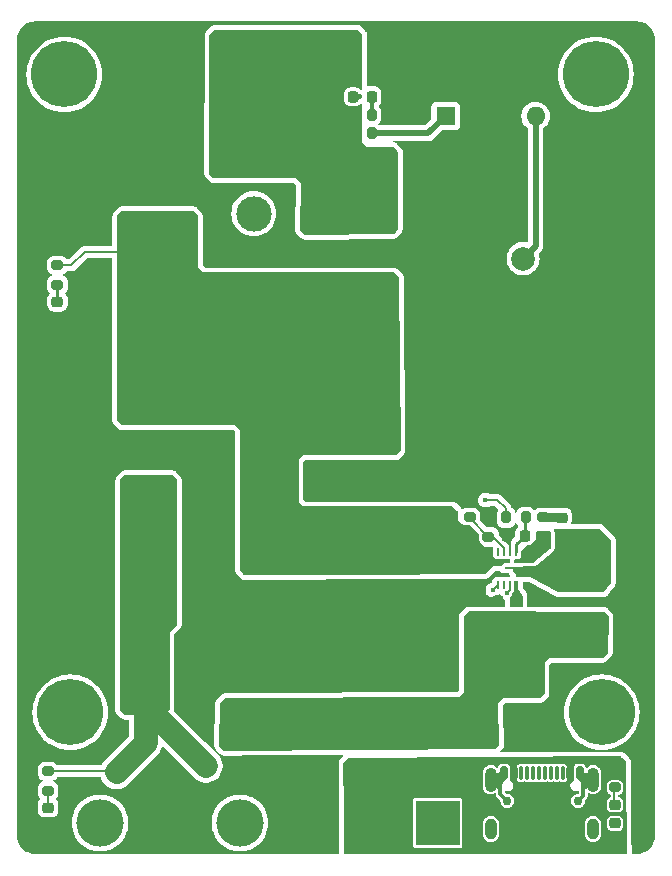
<source format=gbr>
%TF.GenerationSoftware,KiCad,Pcbnew,8.0.5*%
%TF.CreationDate,2024-10-07T09:32:21+08:00*%
%TF.ProjectId,draft-board,64726166-742d-4626-9f61-72642e6b6963,rev?*%
%TF.SameCoordinates,Original*%
%TF.FileFunction,Copper,L1,Top*%
%TF.FilePolarity,Positive*%
%FSLAX46Y46*%
G04 Gerber Fmt 4.6, Leading zero omitted, Abs format (unit mm)*
G04 Created by KiCad (PCBNEW 8.0.5) date 2024-10-07 09:32:21*
%MOMM*%
%LPD*%
G01*
G04 APERTURE LIST*
G04 Aperture macros list*
%AMRoundRect*
0 Rectangle with rounded corners*
0 $1 Rounding radius*
0 $2 $3 $4 $5 $6 $7 $8 $9 X,Y pos of 4 corners*
0 Add a 4 corners polygon primitive as box body*
4,1,4,$2,$3,$4,$5,$6,$7,$8,$9,$2,$3,0*
0 Add four circle primitives for the rounded corners*
1,1,$1+$1,$2,$3*
1,1,$1+$1,$4,$5*
1,1,$1+$1,$6,$7*
1,1,$1+$1,$8,$9*
0 Add four rect primitives between the rounded corners*
20,1,$1+$1,$2,$3,$4,$5,0*
20,1,$1+$1,$4,$5,$6,$7,0*
20,1,$1+$1,$6,$7,$8,$9,0*
20,1,$1+$1,$8,$9,$2,$3,0*%
G04 Aperture macros list end*
%TA.AperFunction,ComponentPad*%
%ADD10C,5.600000*%
%TD*%
%TA.AperFunction,SMDPad,CuDef*%
%ADD11RoundRect,0.218750X0.256250X-0.218750X0.256250X0.218750X-0.256250X0.218750X-0.256250X-0.218750X0*%
%TD*%
%TA.AperFunction,SMDPad,CuDef*%
%ADD12RoundRect,0.250000X-0.550000X1.500000X-0.550000X-1.500000X0.550000X-1.500000X0.550000X1.500000X0*%
%TD*%
%TA.AperFunction,ComponentPad*%
%ADD13R,3.800000X3.800000*%
%TD*%
%TA.AperFunction,ComponentPad*%
%ADD14C,4.000000*%
%TD*%
%TA.AperFunction,SMDPad,CuDef*%
%ADD15RoundRect,0.225000X-0.250000X0.225000X-0.250000X-0.225000X0.250000X-0.225000X0.250000X0.225000X0*%
%TD*%
%TA.AperFunction,SMDPad,CuDef*%
%ADD16RoundRect,0.200000X-0.200000X-0.275000X0.200000X-0.275000X0.200000X0.275000X-0.200000X0.275000X0*%
%TD*%
%TA.AperFunction,ComponentPad*%
%ADD17C,3.000000*%
%TD*%
%TA.AperFunction,SMDPad,CuDef*%
%ADD18RoundRect,0.250000X1.000000X0.650000X-1.000000X0.650000X-1.000000X-0.650000X1.000000X-0.650000X0*%
%TD*%
%TA.AperFunction,SMDPad,CuDef*%
%ADD19RoundRect,0.250000X0.550000X-1.500000X0.550000X1.500000X-0.550000X1.500000X-0.550000X-1.500000X0*%
%TD*%
%TA.AperFunction,SMDPad,CuDef*%
%ADD20RoundRect,0.225000X0.225000X0.250000X-0.225000X0.250000X-0.225000X-0.250000X0.225000X-0.250000X0*%
%TD*%
%TA.AperFunction,SMDPad,CuDef*%
%ADD21RoundRect,0.218750X-0.218750X-0.256250X0.218750X-0.256250X0.218750X0.256250X-0.218750X0.256250X0*%
%TD*%
%TA.AperFunction,ComponentPad*%
%ADD22O,1.000000X1.800000*%
%TD*%
%TA.AperFunction,ComponentPad*%
%ADD23O,1.000000X2.100000*%
%TD*%
%TA.AperFunction,SMDPad,CuDef*%
%ADD24RoundRect,0.150000X-0.150000X-0.425000X0.150000X-0.425000X0.150000X0.425000X-0.150000X0.425000X0*%
%TD*%
%TA.AperFunction,SMDPad,CuDef*%
%ADD25RoundRect,0.075000X-0.075000X-0.500000X0.075000X-0.500000X0.075000X0.500000X-0.075000X0.500000X0*%
%TD*%
%TA.AperFunction,ComponentPad*%
%ADD26RoundRect,0.500000X-0.500000X-0.500000X0.500000X-0.500000X0.500000X0.500000X-0.500000X0.500000X0*%
%TD*%
%TA.AperFunction,ComponentPad*%
%ADD27C,2.000000*%
%TD*%
%TA.AperFunction,SMDPad,CuDef*%
%ADD28RoundRect,0.250000X-0.325000X-0.650000X0.325000X-0.650000X0.325000X0.650000X-0.325000X0.650000X0*%
%TD*%
%TA.AperFunction,ComponentPad*%
%ADD29RoundRect,1.500000X-1.500000X-1.500000X1.500000X-1.500000X1.500000X1.500000X-1.500000X1.500000X0*%
%TD*%
%TA.AperFunction,ComponentPad*%
%ADD30C,6.000000*%
%TD*%
%TA.AperFunction,SMDPad,CuDef*%
%ADD31RoundRect,0.200000X0.275000X-0.200000X0.275000X0.200000X-0.275000X0.200000X-0.275000X-0.200000X0*%
%TD*%
%TA.AperFunction,SMDPad,CuDef*%
%ADD32R,3.500000X2.350000*%
%TD*%
%TA.AperFunction,SMDPad,CuDef*%
%ADD33RoundRect,0.200000X-0.275000X0.200000X-0.275000X-0.200000X0.275000X-0.200000X0.275000X0.200000X0*%
%TD*%
%TA.AperFunction,ComponentPad*%
%ADD34R,1.600000X1.600000*%
%TD*%
%TA.AperFunction,ComponentPad*%
%ADD35O,1.600000X1.600000*%
%TD*%
%TA.AperFunction,SMDPad,CuDef*%
%ADD36RoundRect,0.050000X-0.650000X-0.075000X0.650000X-0.075000X0.650000X0.075000X-0.650000X0.075000X0*%
%TD*%
%TA.AperFunction,SMDPad,CuDef*%
%ADD37RoundRect,0.050000X-0.075000X-0.250000X0.075000X-0.250000X0.075000X0.250000X-0.075000X0.250000X0*%
%TD*%
%TA.AperFunction,SMDPad,CuDef*%
%ADD38RoundRect,0.050000X-0.250000X-0.075000X0.250000X-0.075000X0.250000X0.075000X-0.250000X0.075000X0*%
%TD*%
%TA.AperFunction,ViaPad*%
%ADD39C,0.450000*%
%TD*%
%TA.AperFunction,ViaPad*%
%ADD40C,0.762000*%
%TD*%
%TA.AperFunction,Conductor*%
%ADD41C,0.203200*%
%TD*%
%TA.AperFunction,Conductor*%
%ADD42C,0.304800*%
%TD*%
%TA.AperFunction,Conductor*%
%ADD43C,0.762000*%
%TD*%
%TA.AperFunction,Conductor*%
%ADD44C,0.254000*%
%TD*%
%TA.AperFunction,Conductor*%
%ADD45C,2.032000*%
%TD*%
%TA.AperFunction,Conductor*%
%ADD46C,0.508000*%
%TD*%
%TA.AperFunction,Conductor*%
%ADD47C,0.152400*%
%TD*%
G04 APERTURE END LIST*
D10*
%TO.P,H1,1*%
%TO.N,N/C*%
X150000000Y-109000000D03*
%TD*%
D11*
%TO.P,D6,1,K*%
%TO.N,GND*%
X103124000Y-118643600D03*
%TO.P,D6,2,A*%
%TO.N,Net-(D6-A)*%
X103124000Y-117068600D03*
%TD*%
%TO.P,D5,1,K*%
%TO.N,GND*%
X151130000Y-118389600D03*
%TO.P,D5,2,A*%
%TO.N,Net-(D5-A)*%
X151130000Y-116814600D03*
%TD*%
D12*
%TO.P,C9,1*%
%TO.N,+5V*%
X143129000Y-104902000D03*
%TO.P,C9,2*%
%TO.N,GND*%
X143129000Y-110302000D03*
%TD*%
D13*
%TO.P,J2,1,Pin_1*%
%TO.N,GND*%
X124369200Y-118364000D03*
D14*
%TO.P,J2,2,Pin_2*%
%TO.N,24VOUT*%
X119369200Y-118364000D03*
%TD*%
D15*
%TO.P,C3,1*%
%TO.N,Net-(C3-Pad1)*%
X146608800Y-92519200D03*
%TO.P,C3,2*%
%TO.N,Net-(U1-SW)*%
X146608800Y-94069200D03*
%TD*%
D16*
%TO.P,R6,1*%
%TO.N,24VDC*%
X128878100Y-59969400D03*
%TO.P,R6,2*%
%TO.N,Net-(SW1-A)*%
X130528100Y-59969400D03*
%TD*%
D17*
%TO.P,F1,1*%
%TO.N,24VOUT*%
X111734600Y-92633800D03*
%TO.P,F1,2*%
%TO.N,+24V*%
X111734600Y-70033800D03*
%TD*%
D10*
%TO.P,H2,1*%
%TO.N,N/C*%
X149500000Y-55000000D03*
%TD*%
D18*
%TO.P,D2,1,A1*%
%TO.N,GND*%
X115408000Y-103428800D03*
%TO.P,D2,2,A2*%
%TO.N,24VOUT*%
X111408000Y-103428800D03*
%TD*%
D19*
%TO.P,C10,1*%
%TO.N,+5V*%
X128397000Y-110429000D03*
%TO.P,C10,2*%
%TO.N,GND*%
X128397000Y-105029000D03*
%TD*%
D20*
%TO.P,C5,1*%
%TO.N,Net-(U1-VCC)*%
X143524400Y-94056200D03*
%TO.P,C5,2*%
%TO.N,GND*%
X141974400Y-94056200D03*
%TD*%
D21*
%TO.P,D3,1,K*%
%TO.N,GND*%
X128930400Y-56870600D03*
%TO.P,D3,2,A*%
%TO.N,Net-(D3-A)*%
X130505400Y-56870600D03*
%TD*%
D22*
%TO.P,J6,S1,SHIELD*%
%TO.N,GND*%
X149252400Y-118880200D03*
D23*
X149252400Y-114700200D03*
D22*
X140612400Y-118880200D03*
D23*
X140612400Y-114700200D03*
D24*
%TO.P,J6,B12,GND*%
X141732400Y-114125200D03*
%TO.P,J6,B9,VBUS*%
%TO.N,+5V*%
X142532400Y-114125200D03*
D25*
%TO.P,J6,B8,SBU2*%
%TO.N,unconnected-(J6-SBU2-PadB8)*%
X143182400Y-114125200D03*
%TO.P,J6,B7,D-*%
%TO.N,unconnected-(J6-D--PadB7)*%
X144182400Y-114125200D03*
%TO.P,J6,B6,D+*%
%TO.N,unconnected-(J6-D+-PadB6)*%
X145682400Y-114125200D03*
%TO.P,J6,B5,CC2*%
%TO.N,unconnected-(J6-CC2-PadB5)*%
X146682400Y-114125200D03*
D24*
%TO.P,J6,B4,VBUS*%
%TO.N,+5V*%
X147332400Y-114125200D03*
%TO.P,J6,B1,GND*%
%TO.N,GND*%
X148132400Y-114125200D03*
%TO.P,J6,A12,GND*%
X148132400Y-114125200D03*
%TO.P,J6,A9,VBUS*%
%TO.N,+5V*%
X147332400Y-114125200D03*
D25*
%TO.P,J6,A8,SBU1*%
%TO.N,unconnected-(J6-SBU1-PadA8)*%
X146182400Y-114125200D03*
%TO.P,J6,A7,D-*%
%TO.N,unconnected-(J6-D--PadA7)*%
X145182400Y-114125200D03*
%TO.P,J6,A6,D+*%
%TO.N,unconnected-(J6-D+-PadA6)*%
X144682400Y-114125200D03*
%TO.P,J6,A5,CC1*%
%TO.N,unconnected-(J6-CC1-PadA5)*%
X143682400Y-114125200D03*
D24*
%TO.P,J6,A4,VBUS*%
%TO.N,+5V*%
X142532400Y-114125200D03*
%TO.P,J6,A1,GND*%
%TO.N,GND*%
X141732400Y-114125200D03*
%TD*%
D19*
%TO.P,C11,1*%
%TO.N,+5V*%
X135763000Y-110335000D03*
%TO.P,C11,2*%
%TO.N,GND*%
X135763000Y-104935000D03*
%TD*%
D17*
%TO.P,K1,11*%
%TO.N,+24V*%
X130683000Y-84582000D03*
%TO.P,K1,12*%
%TO.N,unconnected-(K1-Pad12)*%
X120543000Y-66782000D03*
%TO.P,K1,14*%
%TO.N,24VDC*%
X128143000Y-66782000D03*
D26*
%TO.P,K1,A1*%
%TO.N,GND*%
X143343000Y-80782000D03*
D27*
%TO.P,K1,A2*%
%TO.N,Net-(SW1-B)*%
X143343000Y-70582000D03*
%TD*%
D12*
%TO.P,C1,1*%
%TO.N,+24V*%
X135763000Y-95344000D03*
%TO.P,C1,2*%
%TO.N,GND*%
X135763000Y-100744000D03*
%TD*%
D16*
%TO.P,R4,1*%
%TO.N,Net-(U1-PG)*%
X141910800Y-92506800D03*
%TO.P,R4,2*%
%TO.N,Net-(U1-VCC)*%
X143560800Y-92506800D03*
%TD*%
D10*
%TO.P,H4,1*%
%TO.N,N/C*%
X104500000Y-55000000D03*
%TD*%
D20*
%TO.P,C2,1*%
%TO.N,Net-(U1-LDO)*%
X142761000Y-99618800D03*
%TO.P,C2,2*%
%TO.N,GND*%
X141211000Y-99618800D03*
%TD*%
D28*
%TO.P,C4,1*%
%TO.N,24VOUT*%
X113157000Y-98018600D03*
%TO.P,C4,2*%
%TO.N,GND*%
X116107000Y-98018600D03*
%TD*%
D13*
%TO.P,J3,1,Pin_1*%
%TO.N,GND*%
X112522000Y-118364000D03*
D14*
%TO.P,J3,2,Pin_2*%
%TO.N,24VOUT*%
X107522000Y-118364000D03*
%TD*%
D29*
%TO.P,J1,1,Pin_1*%
%TO.N,GND*%
X113106200Y-54864000D03*
D30*
%TO.P,J1,2,Pin_2*%
%TO.N,24VDC*%
X120306200Y-54864000D03*
%TD*%
D18*
%TO.P,D1,1,A1*%
%TO.N,GND*%
X115408000Y-107010200D03*
%TO.P,D1,2,A2*%
%TO.N,24VOUT*%
X111408000Y-107010200D03*
%TD*%
D31*
%TO.P,R1,1*%
%TO.N,+24V*%
X138836400Y-94131400D03*
%TO.P,R1,2*%
%TO.N,Net-(U1-EN)*%
X138836400Y-92481400D03*
%TD*%
D32*
%TO.P,L1,1,1*%
%TO.N,Net-(U1-SW)*%
X148209000Y-96426000D03*
%TO.P,L1,2,2*%
%TO.N,+5V*%
X148209000Y-102476000D03*
%TD*%
D10*
%TO.P,H3,1*%
%TO.N,N/C*%
X105000000Y-109000000D03*
%TD*%
D33*
%TO.P,R9,1*%
%TO.N,24VOUT*%
X103124600Y-113980000D03*
%TO.P,R9,2*%
%TO.N,Net-(D6-A)*%
X103124600Y-115630000D03*
%TD*%
D13*
%TO.P,J5,1,Pin_1*%
%TO.N,GND*%
X136104000Y-118364000D03*
D14*
%TO.P,J5,2,Pin_2*%
%TO.N,+5V*%
X131104000Y-118364000D03*
%TD*%
D34*
%TO.P,SW1,1,A*%
%TO.N,Net-(SW1-A)*%
X136775000Y-58521600D03*
D35*
%TO.P,SW1,2,B*%
%TO.N,Net-(SW1-B)*%
X144395000Y-58521600D03*
%TD*%
D33*
%TO.P,R7,1*%
%TO.N,+24V*%
X103911400Y-71145400D03*
%TO.P,R7,2*%
%TO.N,Net-(D4-A)*%
X103911400Y-72795400D03*
%TD*%
D12*
%TO.P,C6,1*%
%TO.N,+24V*%
X128397000Y-95344000D03*
%TO.P,C6,2*%
%TO.N,GND*%
X128397000Y-100744000D03*
%TD*%
D28*
%TO.P,C12,1*%
%TO.N,24VOUT*%
X113131600Y-100431600D03*
%TO.P,C12,2*%
%TO.N,GND*%
X116081600Y-100431600D03*
%TD*%
D19*
%TO.P,C8,1*%
%TO.N,+5V*%
X121158000Y-110429000D03*
%TO.P,C8,2*%
%TO.N,GND*%
X121158000Y-105029000D03*
%TD*%
D31*
%TO.P,R3,1*%
%TO.N,Net-(U1-BST)*%
X145059400Y-94119200D03*
%TO.P,R3,2*%
%TO.N,Net-(C3-Pad1)*%
X145059400Y-92469200D03*
%TD*%
D33*
%TO.P,R8,1*%
%TO.N,+5V*%
X151130000Y-113716800D03*
%TO.P,R8,2*%
%TO.N,Net-(D5-A)*%
X151130000Y-115366800D03*
%TD*%
D11*
%TO.P,D4,1,K*%
%TO.N,GND*%
X103911400Y-75806000D03*
%TO.P,D4,2,A*%
%TO.N,Net-(D4-A)*%
X103911400Y-74231000D03*
%TD*%
D16*
%TO.P,R5,1*%
%TO.N,24VDC*%
X128880600Y-58420000D03*
%TO.P,R5,2*%
%TO.N,Net-(D3-A)*%
X130530600Y-58420000D03*
%TD*%
D36*
%TO.P,U1,1,Vin*%
%TO.N,+24V*%
X141494000Y-96307000D03*
%TO.P,U1,2,PGND*%
%TO.N,GND*%
X141494000Y-97307000D03*
D37*
%TO.P,U1,3,PG*%
%TO.N,Net-(U1-PG)*%
X141244000Y-98207000D03*
%TO.P,U1,4,NC*%
%TO.N,unconnected-(U1-NC-Pad4)*%
X141744000Y-98207000D03*
%TO.P,U1,5,VOUT*%
%TO.N,+5V*%
X142244000Y-98207000D03*
%TO.P,U1,6,LDO*%
%TO.N,Net-(U1-LDO)*%
X142744000Y-98207000D03*
D36*
%TO.P,U1,7,SW*%
%TO.N,Net-(U1-SW)*%
X142494000Y-96807000D03*
D38*
%TO.P,U1,8,BST*%
%TO.N,Net-(U1-BST)*%
X142894000Y-96307000D03*
D37*
%TO.P,U1,9,VCC*%
%TO.N,Net-(U1-VCC)*%
X142744000Y-95407000D03*
%TO.P,U1,10,AGND*%
%TO.N,GND*%
X142244000Y-95407000D03*
%TO.P,U1,11,EN*%
%TO.N,Net-(U1-EN)*%
X141744000Y-95407000D03*
%TO.P,U1,12,ENLDO*%
%TO.N,unconnected-(U1-ENLDO-Pad12)*%
X141244000Y-95407000D03*
%TD*%
D12*
%TO.P,C7,1*%
%TO.N,+24V*%
X121158000Y-95344000D03*
%TO.P,C7,2*%
%TO.N,GND*%
X121158000Y-100744000D03*
%TD*%
D31*
%TO.P,R2,1*%
%TO.N,Net-(U1-EN)*%
X140411200Y-94131400D03*
%TO.P,R2,2*%
%TO.N,GND*%
X140411200Y-92481400D03*
%TD*%
D39*
%TO.N,+24V*%
X131318000Y-74676000D03*
X111963200Y-80822800D03*
X129895600Y-78638400D03*
X111455200Y-78435200D03*
X121056400Y-78079600D03*
X121564400Y-78841600D03*
X129438400Y-73152000D03*
X120599200Y-81991200D03*
X112420400Y-78435200D03*
X111506000Y-81584800D03*
X112877600Y-76149200D03*
X111861600Y-74574400D03*
X120142000Y-73355200D03*
X121564400Y-77317600D03*
X121564400Y-80467200D03*
X121564400Y-75641200D03*
X125323600Y-94030800D03*
X121056400Y-74879200D03*
X120954800Y-91694000D03*
X121869200Y-91694000D03*
X131673600Y-93980000D03*
X121869200Y-90170000D03*
X131318000Y-76352400D03*
X122834400Y-88646000D03*
X129895600Y-73914000D03*
X110947200Y-73050400D03*
X111963200Y-79298800D03*
X120142000Y-78079600D03*
X120954800Y-88646000D03*
X125780800Y-94792800D03*
X111404400Y-75336400D03*
X128397000Y-95344000D03*
X120142000Y-79705200D03*
X122021600Y-73355200D03*
X110998000Y-76149200D03*
X110998000Y-77673200D03*
X122377200Y-92456000D03*
X135763000Y-95344000D03*
X122834400Y-91694000D03*
X111048800Y-80822800D03*
X120954800Y-90170000D03*
X121056400Y-81229200D03*
X122834400Y-90170000D03*
X124815600Y-94792800D03*
X129438400Y-74676000D03*
X130352800Y-73152000D03*
X130860800Y-75438000D03*
X120599200Y-74117200D03*
X121056400Y-79705200D03*
X122834400Y-87122000D03*
X112369600Y-75336400D03*
X112826800Y-74574400D03*
X129895600Y-77114400D03*
X121412000Y-87884000D03*
X120142000Y-74879200D03*
X124358400Y-95554800D03*
X130860800Y-78638400D03*
X122377200Y-90932000D03*
X129438400Y-76352400D03*
X120954800Y-87122000D03*
X121564400Y-81991200D03*
X131318000Y-73152000D03*
X121869200Y-88646000D03*
X112826800Y-73050400D03*
X110947200Y-74574400D03*
X111455200Y-76911200D03*
X122021600Y-81229200D03*
X130352800Y-77876400D03*
X138836400Y-94131400D03*
X111861600Y-73050400D03*
X122021600Y-74879200D03*
X111048800Y-79298800D03*
X124358400Y-94030800D03*
X111912400Y-77673200D03*
X112928400Y-79298800D03*
X121412000Y-92456000D03*
X125323600Y-95554800D03*
X121412000Y-90932000D03*
X123901200Y-94792800D03*
X131216400Y-94742000D03*
X121564400Y-74117200D03*
X112420400Y-76911200D03*
X120599200Y-78841600D03*
X129895600Y-75438000D03*
X122377200Y-89408000D03*
X133096000Y-94742000D03*
X122021600Y-76555600D03*
X120599200Y-77317600D03*
X121158000Y-95344000D03*
X112928400Y-80822800D03*
X130860800Y-73914000D03*
X112471200Y-81584800D03*
X120599200Y-80467200D03*
X120142000Y-76555600D03*
X121869200Y-87122000D03*
X122021600Y-79705200D03*
X112877600Y-77673200D03*
X130352800Y-76352400D03*
X111912400Y-76149200D03*
X132638800Y-93980000D03*
X131673600Y-95504000D03*
X122021600Y-78079600D03*
X130860800Y-77114400D03*
X112369600Y-73812400D03*
X132638800Y-95504000D03*
X111506000Y-80060800D03*
X132130800Y-94742000D03*
X120599200Y-75641200D03*
X122377200Y-87884000D03*
X121056400Y-76555600D03*
X129438400Y-77876400D03*
X112471200Y-80060800D03*
X131318000Y-77876400D03*
X111404400Y-73812400D03*
X121412000Y-89408000D03*
X120142000Y-81229200D03*
X130352800Y-74676000D03*
X121056400Y-73355200D03*
%TO.N,GND*%
X148742400Y-72948800D03*
X105105200Y-96723200D03*
X145389600Y-109321600D03*
X104241600Y-88798400D03*
X135585200Y-75793600D03*
X139039600Y-65125600D03*
X112166400Y-61468000D03*
X110794800Y-62179200D03*
X125069600Y-101904800D03*
X151130000Y-118389600D03*
X136499600Y-79705200D03*
X146100800Y-111658400D03*
D40*
X142000000Y-116500000D03*
D39*
X116992400Y-87477600D03*
X149707600Y-86106000D03*
X104597200Y-64516000D03*
X104648000Y-81330800D03*
X103733600Y-82753200D03*
X103225600Y-96723200D03*
X151028400Y-80416400D03*
X150571200Y-66954400D03*
X103225600Y-95300800D03*
X133553200Y-89408000D03*
X116636800Y-94894400D03*
X129489200Y-88950800D03*
X137922000Y-75082400D03*
X131978400Y-103987600D03*
X131521200Y-101854000D03*
X131521200Y-103276400D03*
X102819200Y-82753200D03*
X103276400Y-80619600D03*
X125526800Y-101193600D03*
X139039600Y-63703200D03*
X150164800Y-75082400D03*
X133553200Y-53644800D03*
X153263600Y-99415600D03*
X136499600Y-72948800D03*
X149656800Y-81127600D03*
X104089200Y-65227200D03*
X149199600Y-66243200D03*
X148793200Y-87528400D03*
X148793200Y-88950800D03*
X151028400Y-66243200D03*
X137464800Y-82550000D03*
X117144800Y-94183200D03*
X146100800Y-109778800D03*
X149656800Y-75793600D03*
X149656800Y-68376800D03*
X149199600Y-67665600D03*
X137007600Y-81838800D03*
X134010400Y-52933600D03*
X153263600Y-100380800D03*
X123698000Y-101193600D03*
X117602000Y-94894400D03*
X125526800Y-102616000D03*
X126034800Y-103327200D03*
X102819200Y-81330800D03*
X123698000Y-102616000D03*
X104597200Y-96012000D03*
X103733600Y-88087200D03*
X103911400Y-75806000D03*
X134010400Y-88696800D03*
X141211000Y-99618800D03*
X149250400Y-88239600D03*
X139547600Y-65836800D03*
X111252000Y-62890400D03*
X139496800Y-64414400D03*
X134924800Y-52933600D03*
X137464800Y-75793600D03*
X103733600Y-81330800D03*
X103124000Y-118643600D03*
X104648000Y-97434400D03*
X105054400Y-65227200D03*
X133350000Y-101854000D03*
X121818400Y-113995200D03*
X132943600Y-103987600D03*
X105003600Y-62382400D03*
X137414000Y-72948800D03*
X102819200Y-88087200D03*
X136042400Y-81838800D03*
X103276400Y-82042000D03*
X136956800Y-73660000D03*
X102819200Y-79908400D03*
X103174800Y-63804800D03*
X103632000Y-63093600D03*
X105156000Y-82042000D03*
X148793200Y-86106000D03*
X134518400Y-55067200D03*
X116179600Y-94183200D03*
X148742400Y-79705200D03*
X150571200Y-79705200D03*
X148742400Y-68376800D03*
X104140000Y-95300800D03*
X112623600Y-62179200D03*
X104648000Y-88087200D03*
X149656800Y-72948800D03*
X137414000Y-74371200D03*
X102768400Y-94589600D03*
X103174800Y-62382400D03*
X149656800Y-65532000D03*
X104648000Y-79908400D03*
X136499600Y-74371200D03*
X116535200Y-86766400D03*
X103276400Y-88798400D03*
X115112800Y-87477600D03*
X127609600Y-88950800D03*
X104190800Y-96723200D03*
X111709200Y-63601600D03*
X149656800Y-79705200D03*
X137210800Y-65125600D03*
X150164800Y-81838800D03*
X131064000Y-102565200D03*
X137007600Y-75082400D03*
X150215600Y-88239600D03*
X116027200Y-87477600D03*
X132892800Y-102565200D03*
X151079200Y-81838800D03*
X102819200Y-86664800D03*
X133096000Y-54356000D03*
X125984000Y-101904800D03*
X105511600Y-64516000D03*
X104089200Y-62382400D03*
X103682800Y-94589600D03*
X135585200Y-82550000D03*
X123240800Y-114706400D03*
X124612400Y-102616000D03*
X135432800Y-89408000D03*
X150622000Y-82550000D03*
X150622000Y-68376800D03*
X148742400Y-82550000D03*
X103632000Y-64516000D03*
X135585200Y-79705200D03*
X136042400Y-73660000D03*
X132638800Y-55067200D03*
X133553200Y-52222400D03*
X127152400Y-89662000D03*
X148742400Y-75793600D03*
X149250400Y-86817200D03*
X103733600Y-89509600D03*
X115570000Y-86766400D03*
X125577600Y-104038400D03*
X151130000Y-88239600D03*
X151079200Y-67665600D03*
X132638800Y-52222400D03*
X149199600Y-73660000D03*
X150114000Y-66243200D03*
X111252000Y-61468000D03*
X150114000Y-73660000D03*
X128066800Y-89662000D03*
X137414000Y-79705200D03*
X150164800Y-86817200D03*
X111709200Y-60756800D03*
X141915600Y-94037200D03*
X134467600Y-52222400D03*
X103276400Y-87376000D03*
X150571200Y-81127600D03*
X104089200Y-63804800D03*
X149707600Y-87528400D03*
X138633200Y-65836800D03*
X137871200Y-73660000D03*
X136042400Y-75082400D03*
X134975600Y-88696800D03*
X131978400Y-101142800D03*
X129032000Y-89662000D03*
X103733600Y-79908400D03*
X104698800Y-89509600D03*
X102768400Y-97434400D03*
X136499600Y-82550000D03*
X136499600Y-75793600D03*
X135585200Y-81127600D03*
X131978400Y-102565200D03*
X102819200Y-89509600D03*
X143129000Y-110302000D03*
X115722400Y-94894400D03*
X111709200Y-62179200D03*
X151079200Y-75082400D03*
X104190800Y-80619600D03*
X149656800Y-66954400D03*
X151028400Y-73660000D03*
X135890000Y-88696800D03*
X137871200Y-80416400D03*
X121361200Y-114706400D03*
D40*
X148000000Y-116500000D03*
D39*
X149199600Y-80416400D03*
X133553200Y-55067200D03*
X137210800Y-66548000D03*
X134467600Y-53644800D03*
X105156000Y-88798400D03*
X133096000Y-52933600D03*
X150672800Y-88950800D03*
X123698000Y-104038400D03*
X112623600Y-60756800D03*
X150622000Y-86106000D03*
X131064000Y-103987600D03*
X151079200Y-86817200D03*
X124612400Y-101193600D03*
X148742400Y-65532000D03*
X149707600Y-88950800D03*
X149199600Y-81838800D03*
X125120400Y-103327200D03*
X139090400Y-66548000D03*
X128930400Y-56870600D03*
X110794800Y-63601600D03*
X104190800Y-87376000D03*
X122275600Y-114706400D03*
X103174800Y-65227200D03*
X124612400Y-104038400D03*
X104698800Y-82753200D03*
X137210800Y-63703200D03*
X136042400Y-80416400D03*
X105460800Y-63093600D03*
X102768400Y-96012000D03*
X104241600Y-82042000D03*
X150114000Y-80416400D03*
X148742400Y-74371200D03*
X132892800Y-101142800D03*
X149656800Y-74371200D03*
X105105200Y-80619600D03*
X103682800Y-97434400D03*
X134467600Y-89408000D03*
X149199600Y-75082400D03*
X138125200Y-66548000D03*
X132486400Y-103276400D03*
X135585200Y-74371200D03*
X103733600Y-86664800D03*
X134975600Y-54356000D03*
X124155200Y-103327200D03*
X148742400Y-66954400D03*
X134061200Y-54356000D03*
X140411200Y-92481400D03*
X123698000Y-113995200D03*
X138125200Y-65125600D03*
X105003600Y-63804800D03*
X149656800Y-82550000D03*
X150164800Y-67665600D03*
X112674400Y-63601600D03*
X137668000Y-65836800D03*
X104546400Y-63093600D03*
X137414000Y-81127600D03*
X132638800Y-53644800D03*
X137922000Y-81838800D03*
X122783600Y-113995200D03*
X133400800Y-103276400D03*
X138125200Y-63703200D03*
X110794800Y-60756800D03*
X118059200Y-94183200D03*
X138582400Y-64414400D03*
X152552400Y-100838000D03*
X128574800Y-88950800D03*
X104597200Y-94589600D03*
X103682800Y-96012000D03*
X136956800Y-80416400D03*
X153263600Y-101295200D03*
X124155200Y-101904800D03*
X150571200Y-65532000D03*
X136499600Y-81127600D03*
X135585200Y-72948800D03*
X113080800Y-61468000D03*
X131064000Y-101142800D03*
X150622000Y-87528400D03*
X145389600Y-110236000D03*
X146100800Y-110744000D03*
X137668000Y-64414400D03*
X132435600Y-101854000D03*
X150622000Y-75793600D03*
X150571200Y-74371200D03*
X152552400Y-98958400D03*
X113131600Y-62890400D03*
X105105200Y-87376000D03*
X150571200Y-72948800D03*
X148742400Y-81127600D03*
X145389600Y-111201200D03*
X117449600Y-86766400D03*
X105054400Y-95300800D03*
X112217200Y-62890400D03*
X104648000Y-86664800D03*
X152552400Y-99872800D03*
%TO.N,+5V*%
X123698000Y-109220000D03*
X140208000Y-102006400D03*
X119380000Y-111506000D03*
X144576800Y-116128800D03*
X119380000Y-108458000D03*
X139319000Y-110744000D03*
X139827000Y-109982000D03*
X118364000Y-109982000D03*
X140716000Y-102768400D03*
X140716000Y-104292400D03*
X141224000Y-102006400D03*
X145592800Y-119176800D03*
X131064000Y-109220000D03*
X140335000Y-109220000D03*
X118364000Y-111506000D03*
X140208000Y-103530400D03*
X138811000Y-108458000D03*
X132588000Y-108458000D03*
X144068800Y-118414800D03*
X118364000Y-108458000D03*
X145084800Y-118414800D03*
X125222000Y-111506000D03*
X140335000Y-110744000D03*
X131572000Y-109982000D03*
X143129000Y-104902000D03*
X125222000Y-109982000D03*
X124206000Y-109982000D03*
X144576800Y-117652800D03*
X131572000Y-111506000D03*
X144068800Y-116890800D03*
X151130000Y-113716800D03*
X124206000Y-111506000D03*
X131572000Y-108458000D03*
X118872000Y-109220000D03*
X144576800Y-119176800D03*
X139192000Y-103530400D03*
X138303000Y-109220000D03*
X146100800Y-118414800D03*
X139700000Y-102768400D03*
X132080000Y-109220000D03*
X133096000Y-110744000D03*
X138811000Y-111506000D03*
X139827000Y-111506000D03*
X138303000Y-110744000D03*
X125222000Y-108458000D03*
X145592800Y-117652800D03*
X123698000Y-110744000D03*
X142007233Y-98894173D03*
X132588000Y-111506000D03*
X139700000Y-101244400D03*
X131064000Y-110744000D03*
X141224000Y-103530400D03*
X118872000Y-110744000D03*
X125730000Y-110744000D03*
X140716000Y-101244400D03*
X133096000Y-109220000D03*
X124206000Y-108458000D03*
X135763000Y-110335000D03*
X139700000Y-104292400D03*
X139192000Y-102006400D03*
X128397000Y-110429000D03*
X139319000Y-109220000D03*
X132080000Y-110744000D03*
X125730000Y-109220000D03*
X139827000Y-108458000D03*
X138811000Y-109982000D03*
X124714000Y-109220000D03*
X132588000Y-109982000D03*
X145592800Y-116128800D03*
X145084800Y-116890800D03*
X148209000Y-102489000D03*
X124714000Y-110744000D03*
X146100800Y-116890800D03*
X119380000Y-109982000D03*
X121031000Y-110363000D03*
%TO.N,24VOUT*%
X113157000Y-98018600D03*
X111408000Y-103428800D03*
X112547400Y-109601000D03*
X110490000Y-99771200D03*
X110998000Y-100634800D03*
X113538000Y-110591600D03*
X111408000Y-107010200D03*
X111408000Y-108051600D03*
X111408000Y-111404400D03*
X111408000Y-110236000D03*
X110998000Y-97078800D03*
X114528600Y-111582200D03*
X110998000Y-98907600D03*
X109620400Y-113379600D03*
X115519200Y-112572800D03*
X110509400Y-112490600D03*
X103124600Y-113980000D03*
X111506000Y-96215200D03*
X110490000Y-96215200D03*
X116484400Y-113538000D03*
X111506000Y-99771200D03*
X111408000Y-109067600D03*
X110490000Y-98044000D03*
X113131600Y-100431600D03*
X111506000Y-98044000D03*
%TO.N,Net-(U1-PG)*%
X140797400Y-98653600D03*
X140157200Y-91033600D03*
%TD*%
D41*
%TO.N,+24V*%
X105105200Y-71145400D02*
X106216800Y-70033800D01*
X106216800Y-70033800D02*
X111734600Y-70033800D01*
X103911400Y-71145400D02*
X105105200Y-71145400D01*
D42*
%TO.N,GND*%
X141732400Y-114125200D02*
X141415000Y-114442600D01*
X140612400Y-114700200D02*
X141115200Y-114700200D01*
X141415000Y-115915000D02*
X142000000Y-116500000D01*
X149252400Y-114700200D02*
X148749600Y-114700200D01*
D41*
X142244000Y-95407000D02*
X142244000Y-94365600D01*
D42*
X148749600Y-114700200D02*
X148449800Y-115000000D01*
X141115200Y-114700200D02*
X141415000Y-115000000D01*
X141415000Y-114442600D02*
X141415000Y-115000000D01*
X148449800Y-116050200D02*
X148000000Y-116500000D01*
X148132400Y-114125200D02*
X148449800Y-114442600D01*
X148449800Y-114442600D02*
X148449800Y-115000000D01*
D41*
X142244000Y-94365600D02*
X141915600Y-94037200D01*
D42*
X148449800Y-115000000D02*
X148449800Y-116050200D01*
X141415000Y-115000000D02*
X141415000Y-115915000D01*
D43*
%TO.N,Net-(C3-Pad1)*%
X146558800Y-92469200D02*
X146608800Y-92519200D01*
X145059400Y-92469200D02*
X146558800Y-92469200D01*
D44*
%TO.N,Net-(U1-VCC)*%
X142744000Y-95407000D02*
X142744000Y-94758800D01*
X142744000Y-94758800D02*
X143465600Y-94037200D01*
X143465600Y-92524200D02*
X143502000Y-92487800D01*
X143465600Y-94037200D02*
X143465600Y-92524200D01*
D41*
%TO.N,+5V*%
X142244000Y-98657406D02*
X142244000Y-98207000D01*
X142007233Y-98894173D02*
X142244000Y-98657406D01*
D45*
%TO.N,24VOUT*%
X112547400Y-109601000D02*
X113538000Y-110591600D01*
X115519200Y-112572800D02*
X116484400Y-113538000D01*
X111408000Y-110236000D02*
X111408000Y-111404400D01*
D41*
X108818000Y-113980000D02*
X108919000Y-114081000D01*
D45*
X111408000Y-108051600D02*
X111408000Y-108461600D01*
X114528600Y-111582200D02*
X115519200Y-112572800D01*
X113538000Y-110591600D02*
X114528600Y-111582200D01*
X111408000Y-107010200D02*
X111408000Y-109067600D01*
X109620400Y-113379600D02*
X108919000Y-114081000D01*
X111408000Y-108461600D02*
X112547400Y-109601000D01*
X111408000Y-111404400D02*
X111408000Y-111592000D01*
X111408000Y-109067600D02*
X111408000Y-110236000D01*
X110509400Y-112490600D02*
X109620400Y-113379600D01*
D41*
X103124600Y-113980000D02*
X108818000Y-113980000D01*
D45*
X111408000Y-111592000D02*
X110509400Y-112490600D01*
X111408000Y-107010200D02*
X111408000Y-108051600D01*
D46*
%TO.N,Net-(SW1-B)*%
X144395000Y-58521600D02*
X144395000Y-69530000D01*
X144395000Y-69530000D02*
X143343000Y-70582000D01*
D47*
%TO.N,Net-(U1-EN)*%
X140768400Y-94131400D02*
X140411200Y-94131400D01*
X141744000Y-95107000D02*
X140768400Y-94131400D01*
D41*
X140411200Y-94131400D02*
X140792024Y-94131400D01*
X140411200Y-94131400D02*
X138836400Y-92556600D01*
D47*
X141744000Y-95407000D02*
X141744000Y-95107000D01*
D41*
X138836400Y-92556600D02*
X138836400Y-92481400D01*
%TO.N,Net-(U1-PG)*%
X141173200Y-91033600D02*
X140157200Y-91033600D01*
X140797400Y-98653600D02*
X141244000Y-98207000D01*
X141852000Y-91712400D02*
X141173200Y-91033600D01*
X141852000Y-92487800D02*
X141852000Y-91712400D01*
D46*
%TO.N,Net-(SW1-A)*%
X135327200Y-59969400D02*
X136775000Y-58521600D01*
X130528100Y-59969400D02*
X135327200Y-59969400D01*
D42*
%TO.N,Net-(D3-A)*%
X130530600Y-56895800D02*
X130505400Y-56870600D01*
X130530600Y-58420000D02*
X130530600Y-56895800D01*
D44*
%TO.N,Net-(D4-A)*%
X103911400Y-72795400D02*
X103911400Y-74231000D01*
D41*
%TO.N,Net-(D5-A)*%
X151079200Y-115595400D02*
X151079200Y-117043200D01*
%TO.N,Net-(D6-A)*%
X103124600Y-115630000D02*
X103124600Y-117068000D01*
X103124600Y-117068000D02*
X103124000Y-117068600D01*
%TD*%
%TA.AperFunction,Conductor*%
%TO.N,+5V*%
G36*
X151658797Y-112749089D02*
G01*
X151743920Y-112833015D01*
X152033967Y-113118986D01*
X152048563Y-113153393D01*
X152056416Y-113945870D01*
X152125738Y-120942017D01*
X152111732Y-120976803D01*
X152077228Y-120991498D01*
X152076742Y-120991500D01*
X128246940Y-120991500D01*
X128212292Y-120977148D01*
X128197942Y-120942986D01*
X128185890Y-119726739D01*
X128153364Y-116444252D01*
X134003500Y-116444252D01*
X134003500Y-120283748D01*
X134015133Y-120342231D01*
X134032882Y-120368795D01*
X134059447Y-120408552D01*
X134086012Y-120426301D01*
X134125769Y-120452867D01*
X134184252Y-120464500D01*
X134184255Y-120464500D01*
X138023745Y-120464500D01*
X138023748Y-120464500D01*
X138082231Y-120452867D01*
X138148552Y-120408552D01*
X138192867Y-120342231D01*
X138204500Y-120283748D01*
X138204500Y-118411201D01*
X139911900Y-118411201D01*
X139911900Y-119349198D01*
X139938817Y-119484518D01*
X139938820Y-119484528D01*
X139991625Y-119612011D01*
X140022537Y-119658274D01*
X140068283Y-119726739D01*
X140165860Y-119824316D01*
X140211502Y-119854813D01*
X140280589Y-119900975D01*
X140408072Y-119953780D01*
X140408078Y-119953781D01*
X140408081Y-119953782D01*
X140543401Y-119980699D01*
X140543407Y-119980700D01*
X140681393Y-119980700D01*
X140816728Y-119953780D01*
X140944211Y-119900975D01*
X141058942Y-119824314D01*
X141156514Y-119726742D01*
X141233175Y-119612011D01*
X141285980Y-119484528D01*
X141312900Y-119349193D01*
X141312900Y-118411207D01*
X141312899Y-118411201D01*
X148551900Y-118411201D01*
X148551900Y-119349198D01*
X148578817Y-119484518D01*
X148578820Y-119484528D01*
X148631625Y-119612011D01*
X148662537Y-119658274D01*
X148708283Y-119726739D01*
X148805860Y-119824316D01*
X148851502Y-119854813D01*
X148920589Y-119900975D01*
X149048072Y-119953780D01*
X149048078Y-119953781D01*
X149048081Y-119953782D01*
X149183401Y-119980699D01*
X149183407Y-119980700D01*
X149321393Y-119980700D01*
X149456728Y-119953780D01*
X149584211Y-119900975D01*
X149698942Y-119824314D01*
X149796514Y-119726742D01*
X149873175Y-119612011D01*
X149925980Y-119484528D01*
X149952900Y-119349193D01*
X149952900Y-118411207D01*
X149925980Y-118275872D01*
X149873175Y-118148389D01*
X149866136Y-118137854D01*
X150454500Y-118137854D01*
X150454500Y-118641346D01*
X150470049Y-118739520D01*
X150470049Y-118739521D01*
X150470050Y-118739522D01*
X150530338Y-118857846D01*
X150530342Y-118857851D01*
X150624248Y-118951757D01*
X150624253Y-118951761D01*
X150703660Y-118992220D01*
X150742580Y-119012051D01*
X150840754Y-119027600D01*
X150840755Y-119027600D01*
X151419245Y-119027600D01*
X151419246Y-119027600D01*
X151517420Y-119012051D01*
X151598402Y-118970788D01*
X151635746Y-118951761D01*
X151635747Y-118951759D01*
X151635751Y-118951758D01*
X151729658Y-118857851D01*
X151789951Y-118739520D01*
X151805500Y-118641346D01*
X151805500Y-118137854D01*
X151789951Y-118039680D01*
X151770120Y-118000760D01*
X151729661Y-117921353D01*
X151729657Y-117921348D01*
X151635751Y-117827442D01*
X151635746Y-117827438D01*
X151517422Y-117767150D01*
X151517421Y-117767149D01*
X151517420Y-117767149D01*
X151419246Y-117751600D01*
X150840754Y-117751600D01*
X150742580Y-117767149D01*
X150742578Y-117767149D01*
X150742577Y-117767150D01*
X150624253Y-117827438D01*
X150624248Y-117827442D01*
X150530342Y-117921348D01*
X150530338Y-117921353D01*
X150470050Y-118039677D01*
X150470049Y-118039678D01*
X150470049Y-118039680D01*
X150454500Y-118137854D01*
X149866136Y-118137854D01*
X149800536Y-118039677D01*
X149796516Y-118033660D01*
X149698939Y-117936083D01*
X149630474Y-117890337D01*
X149584211Y-117859425D01*
X149584208Y-117859423D01*
X149584207Y-117859423D01*
X149456729Y-117806620D01*
X149456718Y-117806617D01*
X149321398Y-117779700D01*
X149321393Y-117779700D01*
X149183407Y-117779700D01*
X149183401Y-117779700D01*
X149048081Y-117806617D01*
X149048070Y-117806620D01*
X148920592Y-117859423D01*
X148805860Y-117936083D01*
X148708283Y-118033660D01*
X148631623Y-118148392D01*
X148578820Y-118275870D01*
X148578817Y-118275881D01*
X148551900Y-118411201D01*
X141312899Y-118411201D01*
X141285980Y-118275872D01*
X141233175Y-118148389D01*
X141160536Y-118039677D01*
X141156516Y-118033660D01*
X141058939Y-117936083D01*
X140990474Y-117890337D01*
X140944211Y-117859425D01*
X140944208Y-117859423D01*
X140944207Y-117859423D01*
X140816729Y-117806620D01*
X140816718Y-117806617D01*
X140681398Y-117779700D01*
X140681393Y-117779700D01*
X140543407Y-117779700D01*
X140543401Y-117779700D01*
X140408081Y-117806617D01*
X140408070Y-117806620D01*
X140280592Y-117859423D01*
X140165860Y-117936083D01*
X140068283Y-118033660D01*
X139991623Y-118148392D01*
X139938820Y-118275870D01*
X139938817Y-118275881D01*
X139911900Y-118411201D01*
X138204500Y-118411201D01*
X138204500Y-116444252D01*
X138192867Y-116385769D01*
X138166301Y-116346012D01*
X138148552Y-116319447D01*
X138108795Y-116292882D01*
X138082231Y-116275133D01*
X138023748Y-116263500D01*
X134184252Y-116263500D01*
X134125769Y-116275133D01*
X134059447Y-116319447D01*
X134015133Y-116385769D01*
X134003500Y-116444252D01*
X128153364Y-116444252D01*
X128129949Y-114081201D01*
X139911900Y-114081201D01*
X139911900Y-115319198D01*
X139938817Y-115454518D01*
X139938820Y-115454529D01*
X139991079Y-115580694D01*
X139991625Y-115582011D01*
X140002521Y-115598318D01*
X140068283Y-115696739D01*
X140165860Y-115794316D01*
X140182063Y-115805142D01*
X140280589Y-115870975D01*
X140408072Y-115923780D01*
X140408078Y-115923781D01*
X140408081Y-115923782D01*
X140543401Y-115950699D01*
X140543407Y-115950700D01*
X140681393Y-115950700D01*
X140816728Y-115923780D01*
X140944211Y-115870975D01*
X140985878Y-115843133D01*
X141022659Y-115835818D01*
X141053842Y-115856653D01*
X141062100Y-115883876D01*
X141062100Y-115961461D01*
X141086150Y-116051214D01*
X141086150Y-116051216D01*
X141132605Y-116131679D01*
X141132612Y-116131688D01*
X141406567Y-116405643D01*
X141420919Y-116440291D01*
X141420500Y-116446686D01*
X141413482Y-116499999D01*
X141433466Y-116651800D01*
X141433467Y-116651802D01*
X141492061Y-116793259D01*
X141585269Y-116914731D01*
X141706741Y-117007939D01*
X141848198Y-117066533D01*
X142000000Y-117086518D01*
X142151802Y-117066533D01*
X142293259Y-117007939D01*
X142414731Y-116914731D01*
X142507939Y-116793259D01*
X142566533Y-116651802D01*
X142586518Y-116500000D01*
X142566533Y-116348198D01*
X142507939Y-116206741D01*
X142414731Y-116085269D01*
X142308479Y-116003740D01*
X142293259Y-115992061D01*
X142293257Y-115992060D01*
X142151800Y-115933466D01*
X142023013Y-115916511D01*
X142000000Y-115913482D01*
X141999999Y-115913482D01*
X141946686Y-115920500D01*
X141910461Y-115910793D01*
X141905643Y-115906567D01*
X141782252Y-115783176D01*
X141767900Y-115748528D01*
X141767900Y-115675647D01*
X141782252Y-115640999D01*
X141816900Y-115626647D01*
X141841398Y-115633211D01*
X141858864Y-115643295D01*
X141979797Y-115675700D01*
X141979799Y-115675700D01*
X142105003Y-115675700D01*
X142145312Y-115664898D01*
X142225936Y-115643295D01*
X142334364Y-115580695D01*
X142422895Y-115492164D01*
X142485495Y-115383736D01*
X142517900Y-115262801D01*
X142517900Y-115137599D01*
X142517900Y-115137597D01*
X147346900Y-115137597D01*
X147346900Y-115137599D01*
X147346900Y-115262801D01*
X147379305Y-115383736D01*
X147441905Y-115492164D01*
X147530436Y-115580695D01*
X147638864Y-115643295D01*
X147711425Y-115662738D01*
X147759797Y-115675700D01*
X147759799Y-115675700D01*
X147885003Y-115675700D01*
X147976636Y-115651146D01*
X148005936Y-115643295D01*
X148023400Y-115633211D01*
X148060581Y-115628316D01*
X148090335Y-115651146D01*
X148096900Y-115675647D01*
X148096900Y-115870364D01*
X148082548Y-115905012D01*
X148047900Y-115919364D01*
X148041506Y-115918945D01*
X148000000Y-115913482D01*
X147848199Y-115933466D01*
X147706742Y-115992060D01*
X147706740Y-115992061D01*
X147585269Y-116085268D01*
X147585268Y-116085269D01*
X147492061Y-116206740D01*
X147492060Y-116206742D01*
X147433466Y-116348199D01*
X147413482Y-116500000D01*
X147433466Y-116651800D01*
X147433467Y-116651802D01*
X147492061Y-116793259D01*
X147585269Y-116914731D01*
X147706741Y-117007939D01*
X147848198Y-117066533D01*
X148000000Y-117086518D01*
X148151802Y-117066533D01*
X148293259Y-117007939D01*
X148414731Y-116914731D01*
X148507939Y-116793259D01*
X148566533Y-116651802D01*
X148586518Y-116500000D01*
X148579499Y-116446686D01*
X148589206Y-116410462D01*
X148593432Y-116405643D01*
X148652727Y-116346348D01*
X148732190Y-116266886D01*
X148778650Y-116186414D01*
X148802700Y-116096660D01*
X148802700Y-116003740D01*
X148802700Y-115883876D01*
X148817052Y-115849228D01*
X148851700Y-115834876D01*
X148878921Y-115843133D01*
X148920589Y-115870975D01*
X149048072Y-115923780D01*
X149048078Y-115923781D01*
X149048081Y-115923782D01*
X149183401Y-115950699D01*
X149183407Y-115950700D01*
X149321393Y-115950700D01*
X149456728Y-115923780D01*
X149584211Y-115870975D01*
X149698942Y-115794314D01*
X149796514Y-115696742D01*
X149873175Y-115582011D01*
X149925980Y-115454528D01*
X149952900Y-115319193D01*
X149952900Y-115135282D01*
X150454500Y-115135282D01*
X150454500Y-115598317D01*
X150469353Y-115692103D01*
X150526945Y-115805135D01*
X150526950Y-115805142D01*
X150616657Y-115894849D01*
X150616664Y-115894854D01*
X150729690Y-115952444D01*
X150729693Y-115952445D01*
X150729694Y-115952445D01*
X150729696Y-115952446D01*
X150735765Y-115953407D01*
X150767740Y-115972999D01*
X150777100Y-116001803D01*
X150777100Y-116145332D01*
X150762748Y-116179980D01*
X150745952Y-116190272D01*
X150746016Y-116190398D01*
X150744424Y-116191208D01*
X150743243Y-116191933D01*
X150742581Y-116192147D01*
X150624253Y-116252438D01*
X150624248Y-116252442D01*
X150530342Y-116346348D01*
X150530338Y-116346353D01*
X150470050Y-116464677D01*
X150470049Y-116464678D01*
X150470049Y-116464680D01*
X150454500Y-116562854D01*
X150454500Y-117066346D01*
X150470049Y-117164520D01*
X150470049Y-117164521D01*
X150470050Y-117164522D01*
X150530338Y-117282846D01*
X150530342Y-117282851D01*
X150624248Y-117376757D01*
X150624253Y-117376761D01*
X150703660Y-117417220D01*
X150742580Y-117437051D01*
X150840754Y-117452600D01*
X150840755Y-117452600D01*
X151419245Y-117452600D01*
X151419246Y-117452600D01*
X151517420Y-117437051D01*
X151598402Y-117395788D01*
X151635746Y-117376761D01*
X151635747Y-117376759D01*
X151635751Y-117376758D01*
X151729658Y-117282851D01*
X151789951Y-117164520D01*
X151805500Y-117066346D01*
X151805500Y-116562854D01*
X151789951Y-116464680D01*
X151768576Y-116422730D01*
X151729661Y-116346353D01*
X151729657Y-116346348D01*
X151635751Y-116252442D01*
X151635746Y-116252438D01*
X151517422Y-116192150D01*
X151517423Y-116192150D01*
X151517421Y-116192149D01*
X151517420Y-116192149D01*
X151473131Y-116185134D01*
X151422634Y-116177136D01*
X151390658Y-116157540D01*
X151381300Y-116128739D01*
X151381300Y-116016299D01*
X151395652Y-115981651D01*
X151430300Y-115967299D01*
X151436517Y-115967299D01*
X151436518Y-115967299D01*
X151530304Y-115952446D01*
X151606775Y-115913482D01*
X151643335Y-115894854D01*
X151643337Y-115894852D01*
X151643342Y-115894850D01*
X151733050Y-115805142D01*
X151733054Y-115805135D01*
X151790644Y-115692109D01*
X151790644Y-115692107D01*
X151790646Y-115692104D01*
X151805500Y-115598319D01*
X151805499Y-115135282D01*
X151790646Y-115041496D01*
X151777995Y-115016667D01*
X151733054Y-114928464D01*
X151733049Y-114928457D01*
X151643342Y-114838750D01*
X151643335Y-114838745D01*
X151530308Y-114781155D01*
X151530305Y-114781154D01*
X151530304Y-114781154D01*
X151436519Y-114766300D01*
X151436517Y-114766300D01*
X150823482Y-114766300D01*
X150729696Y-114781153D01*
X150616664Y-114838745D01*
X150616657Y-114838750D01*
X150526950Y-114928457D01*
X150526945Y-114928464D01*
X150469355Y-115041490D01*
X150469355Y-115041492D01*
X150454500Y-115135282D01*
X149952900Y-115135282D01*
X149952900Y-114081207D01*
X149925980Y-113945872D01*
X149873175Y-113818389D01*
X149827013Y-113749302D01*
X149796516Y-113703660D01*
X149698939Y-113606083D01*
X149630474Y-113560337D01*
X149584211Y-113529425D01*
X149584208Y-113529423D01*
X149584207Y-113529423D01*
X149456729Y-113476620D01*
X149456718Y-113476617D01*
X149321398Y-113449700D01*
X149321393Y-113449700D01*
X149183407Y-113449700D01*
X149183401Y-113449700D01*
X149048081Y-113476617D01*
X149048070Y-113476620D01*
X148920592Y-113529423D01*
X148805860Y-113606083D01*
X148716212Y-113695731D01*
X148681564Y-113710083D01*
X148646916Y-113695731D01*
X148633076Y-113668148D01*
X148632900Y-113666938D01*
X148622973Y-113598807D01*
X148571598Y-113493717D01*
X148488883Y-113411002D01*
X148436338Y-113385314D01*
X148383796Y-113359628D01*
X148383794Y-113359627D01*
X148315662Y-113349700D01*
X148315660Y-113349700D01*
X147949140Y-113349700D01*
X147949138Y-113349700D01*
X147881005Y-113359627D01*
X147881003Y-113359628D01*
X147775919Y-113411001D01*
X147775915Y-113411003D01*
X147693203Y-113493715D01*
X147693201Y-113493719D01*
X147641828Y-113598803D01*
X147641827Y-113598805D01*
X147631900Y-113666938D01*
X147631900Y-114583461D01*
X147641827Y-114651594D01*
X147641829Y-114651599D01*
X147661324Y-114691478D01*
X147663648Y-114728909D01*
X147641060Y-114754485D01*
X147641645Y-114755499D01*
X147530442Y-114819700D01*
X147530433Y-114819707D01*
X147441907Y-114908233D01*
X147441905Y-114908236D01*
X147379305Y-115016664D01*
X147379304Y-115016666D01*
X147379304Y-115016667D01*
X147346900Y-115137597D01*
X142517900Y-115137597D01*
X142504938Y-115089225D01*
X142485495Y-115016664D01*
X142422895Y-114908236D01*
X142334364Y-114819705D01*
X142334361Y-114819703D01*
X142334357Y-114819700D01*
X142223155Y-114755499D01*
X142224162Y-114753753D01*
X142202153Y-114731573D01*
X142202298Y-114694071D01*
X142203456Y-114691514D01*
X142222973Y-114651593D01*
X142232900Y-114583460D01*
X142232900Y-113666940D01*
X142222973Y-113598807D01*
X142222611Y-113598067D01*
X142831900Y-113598067D01*
X142831900Y-113598068D01*
X142831900Y-113598070D01*
X142831900Y-114652328D01*
X142847885Y-114732695D01*
X142908775Y-114823824D01*
X142945276Y-114848213D01*
X142999905Y-114884715D01*
X143080267Y-114900700D01*
X143284532Y-114900699D01*
X143364895Y-114884715D01*
X143405179Y-114857797D01*
X143441959Y-114850481D01*
X143459617Y-114857795D01*
X143499905Y-114884715D01*
X143580267Y-114900700D01*
X143784532Y-114900699D01*
X143864895Y-114884715D01*
X143905179Y-114857797D01*
X143941959Y-114850481D01*
X143959617Y-114857795D01*
X143999905Y-114884715D01*
X144080267Y-114900700D01*
X144284532Y-114900699D01*
X144364895Y-114884715D01*
X144405179Y-114857797D01*
X144441959Y-114850481D01*
X144459617Y-114857795D01*
X144499905Y-114884715D01*
X144580267Y-114900700D01*
X144784532Y-114900699D01*
X144864895Y-114884715D01*
X144905179Y-114857797D01*
X144941959Y-114850481D01*
X144959617Y-114857795D01*
X144999905Y-114884715D01*
X145080267Y-114900700D01*
X145284532Y-114900699D01*
X145364895Y-114884715D01*
X145405179Y-114857797D01*
X145441959Y-114850481D01*
X145459617Y-114857795D01*
X145499905Y-114884715D01*
X145580267Y-114900700D01*
X145784532Y-114900699D01*
X145864895Y-114884715D01*
X145905179Y-114857797D01*
X145941959Y-114850481D01*
X145959617Y-114857795D01*
X145999905Y-114884715D01*
X146080267Y-114900700D01*
X146284532Y-114900699D01*
X146364895Y-114884715D01*
X146405179Y-114857797D01*
X146441959Y-114850481D01*
X146459617Y-114857795D01*
X146499905Y-114884715D01*
X146580267Y-114900700D01*
X146784532Y-114900699D01*
X146864895Y-114884715D01*
X146956024Y-114823824D01*
X147016915Y-114732695D01*
X147032900Y-114652333D01*
X147032899Y-113598068D01*
X147016915Y-113517705D01*
X146989461Y-113476617D01*
X146956024Y-113426575D01*
X146901395Y-113390074D01*
X146864895Y-113365685D01*
X146784533Y-113349700D01*
X146784529Y-113349700D01*
X146580271Y-113349700D01*
X146499904Y-113365685D01*
X146499901Y-113365686D01*
X146459622Y-113392600D01*
X146422840Y-113399916D01*
X146405178Y-113392600D01*
X146364896Y-113365685D01*
X146334444Y-113359628D01*
X146284533Y-113349700D01*
X146284529Y-113349700D01*
X146080271Y-113349700D01*
X145999904Y-113365685D01*
X145999901Y-113365686D01*
X145959622Y-113392600D01*
X145922840Y-113399916D01*
X145905178Y-113392600D01*
X145864896Y-113365685D01*
X145834444Y-113359628D01*
X145784533Y-113349700D01*
X145784529Y-113349700D01*
X145580271Y-113349700D01*
X145499904Y-113365685D01*
X145499901Y-113365686D01*
X145459622Y-113392600D01*
X145422840Y-113399916D01*
X145405178Y-113392600D01*
X145364896Y-113365685D01*
X145334444Y-113359628D01*
X145284533Y-113349700D01*
X145284529Y-113349700D01*
X145080271Y-113349700D01*
X144999904Y-113365685D01*
X144999901Y-113365686D01*
X144959622Y-113392600D01*
X144922840Y-113399916D01*
X144905178Y-113392600D01*
X144864896Y-113365685D01*
X144834444Y-113359628D01*
X144784533Y-113349700D01*
X144784529Y-113349700D01*
X144580271Y-113349700D01*
X144499904Y-113365685D01*
X144499901Y-113365686D01*
X144459622Y-113392600D01*
X144422840Y-113399916D01*
X144405178Y-113392600D01*
X144364896Y-113365685D01*
X144334444Y-113359628D01*
X144284533Y-113349700D01*
X144284529Y-113349700D01*
X144080271Y-113349700D01*
X143999904Y-113365685D01*
X143999901Y-113365686D01*
X143959622Y-113392600D01*
X143922840Y-113399916D01*
X143905178Y-113392600D01*
X143864896Y-113365685D01*
X143834444Y-113359628D01*
X143784533Y-113349700D01*
X143784529Y-113349700D01*
X143580271Y-113349700D01*
X143499904Y-113365685D01*
X143499901Y-113365686D01*
X143459622Y-113392600D01*
X143422840Y-113399916D01*
X143405178Y-113392600D01*
X143364896Y-113365685D01*
X143334444Y-113359628D01*
X143284533Y-113349700D01*
X143284529Y-113349700D01*
X143080271Y-113349700D01*
X142999904Y-113365685D01*
X142908775Y-113426575D01*
X142863913Y-113493717D01*
X142847885Y-113517705D01*
X142831900Y-113598067D01*
X142222611Y-113598067D01*
X142171598Y-113493717D01*
X142088883Y-113411002D01*
X142036338Y-113385314D01*
X141983796Y-113359628D01*
X141983794Y-113359627D01*
X141915662Y-113349700D01*
X141915660Y-113349700D01*
X141549140Y-113349700D01*
X141549138Y-113349700D01*
X141481005Y-113359627D01*
X141481003Y-113359628D01*
X141375919Y-113411001D01*
X141375915Y-113411003D01*
X141293203Y-113493715D01*
X141293201Y-113493719D01*
X141241828Y-113598803D01*
X141241827Y-113598804D01*
X141231723Y-113668149D01*
X141212525Y-113700365D01*
X141176169Y-113709571D01*
X141148587Y-113695731D01*
X141058939Y-113606083D01*
X140990474Y-113560337D01*
X140944211Y-113529425D01*
X140944208Y-113529423D01*
X140944207Y-113529423D01*
X140816729Y-113476620D01*
X140816718Y-113476617D01*
X140681398Y-113449700D01*
X140681393Y-113449700D01*
X140543407Y-113449700D01*
X140543401Y-113449700D01*
X140408081Y-113476617D01*
X140408070Y-113476620D01*
X140280592Y-113529423D01*
X140165860Y-113606083D01*
X140068283Y-113703660D01*
X139991623Y-113818392D01*
X139938820Y-113945870D01*
X139938817Y-113945881D01*
X139911900Y-114081201D01*
X128129949Y-114081201D01*
X128121764Y-113255154D01*
X128135772Y-113220368D01*
X128503289Y-112847612D01*
X128537833Y-112833016D01*
X151624191Y-112734983D01*
X151658797Y-112749089D01*
G37*
%TD.AperFunction*%
%TD*%
%TA.AperFunction,Conductor*%
%TO.N,24VDC*%
G36*
X129358877Y-51226085D02*
G01*
X129379519Y-51242719D01*
X129706881Y-51570081D01*
X129740366Y-51631404D01*
X129743200Y-51657762D01*
X129743200Y-56169636D01*
X129723515Y-56236675D01*
X129670711Y-56282430D01*
X129601553Y-56292374D01*
X129537997Y-56263349D01*
X129520400Y-56244566D01*
X129519769Y-56243734D01*
X129406034Y-56157486D01*
X129406032Y-56157485D01*
X129273246Y-56105121D01*
X129273245Y-56105120D01*
X129273243Y-56105120D01*
X129189802Y-56095100D01*
X128670998Y-56095100D01*
X128587556Y-56105120D01*
X128587555Y-56105120D01*
X128454765Y-56157486D01*
X128341032Y-56243732D01*
X128254786Y-56357465D01*
X128202420Y-56490255D01*
X128202420Y-56490256D01*
X128192400Y-56573697D01*
X128192400Y-57167502D01*
X128202420Y-57250943D01*
X128202420Y-57250944D01*
X128254786Y-57383734D01*
X128341032Y-57497467D01*
X128404975Y-57545956D01*
X128454768Y-57583715D01*
X128587554Y-57636079D01*
X128670998Y-57646100D01*
X129189802Y-57646100D01*
X129273246Y-57636079D01*
X129406032Y-57583715D01*
X129519767Y-57497467D01*
X129520395Y-57496639D01*
X129521165Y-57496069D01*
X129525765Y-57491470D01*
X129526455Y-57492160D01*
X129576587Y-57455115D01*
X129646308Y-57450562D01*
X129707423Y-57484427D01*
X129740527Y-57545956D01*
X129743200Y-57571563D01*
X129743200Y-60712400D01*
X130143200Y-61112400D01*
X132289038Y-61112400D01*
X132356077Y-61132085D01*
X132376719Y-61148719D01*
X132704081Y-61476081D01*
X132737566Y-61537404D01*
X132740400Y-61563762D01*
X132740400Y-68078059D01*
X132720715Y-68145098D01*
X132704350Y-68165471D01*
X132540404Y-68330426D01*
X132376456Y-68495381D01*
X132315238Y-68529054D01*
X132289269Y-68531967D01*
X124911963Y-68577227D01*
X124844804Y-68557954D01*
X124823324Y-68540713D01*
X124500921Y-68216854D01*
X124467575Y-68155457D01*
X124464807Y-68128060D01*
X124506545Y-64204777D01*
X124110800Y-63804800D01*
X117189909Y-63804800D01*
X117122870Y-63785115D01*
X117102051Y-63768304D01*
X116776361Y-63441298D01*
X116743000Y-63379908D01*
X116740220Y-63353300D01*
X116787380Y-51657610D01*
X116807335Y-51590652D01*
X116823870Y-51570259D01*
X117152912Y-51242542D01*
X117214302Y-51209181D01*
X117240416Y-51206400D01*
X129291838Y-51206400D01*
X129358877Y-51226085D01*
G37*
%TD.AperFunction*%
%TD*%
%TA.AperFunction,Conductor*%
%TO.N,Net-(U1-LDO)*%
G36*
X142911448Y-97880552D02*
G01*
X142925800Y-97915200D01*
X142925800Y-98577400D01*
X143219214Y-99027301D01*
X143298843Y-99149399D01*
X143306800Y-99176166D01*
X143306800Y-100052400D01*
X143292448Y-100087048D01*
X143257800Y-100101400D01*
X142266178Y-100101400D01*
X142231530Y-100087048D01*
X142217178Y-100052400D01*
X142217242Y-100049891D01*
X142234046Y-99722199D01*
X142257572Y-99263430D01*
X142271859Y-99231294D01*
X142355761Y-99147393D01*
X142416952Y-99027299D01*
X142436218Y-98905653D01*
X142449968Y-98878671D01*
X142485740Y-98842900D01*
X142525513Y-98774013D01*
X142544280Y-98703972D01*
X142546100Y-98697181D01*
X142546100Y-98582872D01*
X142553264Y-98559256D01*
X142553120Y-98559197D01*
X142553726Y-98557733D01*
X142554359Y-98555648D01*
X142554966Y-98554740D01*
X142569500Y-98481674D01*
X142569500Y-97932326D01*
X142567995Y-97924760D01*
X142575310Y-97887979D01*
X142606492Y-97867142D01*
X142616053Y-97866200D01*
X142876800Y-97866200D01*
X142911448Y-97880552D01*
G37*
%TD.AperFunction*%
%TD*%
%TA.AperFunction,Conductor*%
%TO.N,GND*%
G36*
X129179430Y-56504016D02*
G01*
X129199160Y-56511796D01*
X129210791Y-56518335D01*
X129245876Y-56544940D01*
X129250728Y-56549151D01*
X129253414Y-56551809D01*
X129263803Y-56562094D01*
X129263806Y-56562097D01*
X129369542Y-56632203D01*
X129369543Y-56632203D01*
X129369546Y-56632205D01*
X129433102Y-56661230D01*
X129532410Y-56691936D01*
X129619101Y-56693172D01*
X129653539Y-56708016D01*
X129667400Y-56742167D01*
X129667400Y-56996916D01*
X129653048Y-57031564D01*
X129621594Y-57045812D01*
X129586680Y-57048092D01*
X129550163Y-57050477D01*
X129550160Y-57050477D01*
X129550153Y-57050478D01*
X129448176Y-57070484D01*
X129448165Y-57070488D01*
X129335607Y-57128988D01*
X129296203Y-57158105D01*
X129296160Y-57158116D01*
X129280327Y-57169836D01*
X129280296Y-57169859D01*
X129270078Y-57177409D01*
X129269544Y-57178309D01*
X129210790Y-57222863D01*
X129199160Y-57229402D01*
X129179430Y-57237183D01*
X129161453Y-57240600D01*
X128699346Y-57240600D01*
X128681370Y-57237184D01*
X128661639Y-57229403D01*
X128650215Y-57223019D01*
X128650199Y-57223007D01*
X128649992Y-57222851D01*
X128635825Y-57212108D01*
X128626387Y-57202670D01*
X128615635Y-57188490D01*
X128609097Y-57176861D01*
X128601317Y-57157134D01*
X128597900Y-57139157D01*
X128597900Y-56602040D01*
X128601317Y-56584063D01*
X128609097Y-56564336D01*
X128615637Y-56552705D01*
X128616317Y-56551809D01*
X128626390Y-56538525D01*
X128635825Y-56529090D01*
X128650005Y-56518337D01*
X128661637Y-56511797D01*
X128681365Y-56504017D01*
X128699341Y-56500600D01*
X129161455Y-56500600D01*
X129179430Y-56504016D01*
G37*
%TD.AperFunction*%
%TA.AperFunction,Conductor*%
G36*
X153001748Y-50508625D02*
G01*
X153208767Y-50523431D01*
X153215687Y-50524426D01*
X153274138Y-50537141D01*
X153416785Y-50568172D01*
X153423485Y-50570140D01*
X153616307Y-50642059D01*
X153622665Y-50644962D01*
X153803297Y-50743594D01*
X153809163Y-50747364D01*
X153928917Y-50837011D01*
X153973920Y-50870700D01*
X153979203Y-50875278D01*
X154124721Y-51020796D01*
X154129299Y-51026079D01*
X154252633Y-51190833D01*
X154256410Y-51196710D01*
X154355036Y-51377333D01*
X154357940Y-51383692D01*
X154429858Y-51576510D01*
X154431828Y-51583218D01*
X154475573Y-51784312D01*
X154476568Y-51791232D01*
X154491375Y-51998252D01*
X154491500Y-52001748D01*
X154491500Y-119498251D01*
X154491375Y-119501747D01*
X154476568Y-119708767D01*
X154475573Y-119715687D01*
X154431828Y-119916781D01*
X154429858Y-119923489D01*
X154357940Y-120116307D01*
X154355036Y-120122666D01*
X154256410Y-120303289D01*
X154252630Y-120309171D01*
X154129299Y-120473920D01*
X154124721Y-120479203D01*
X153979203Y-120624721D01*
X153973920Y-120629299D01*
X153809171Y-120752630D01*
X153803289Y-120756410D01*
X153622666Y-120855036D01*
X153616307Y-120857940D01*
X153423489Y-120929858D01*
X153416781Y-120931828D01*
X153215687Y-120975573D01*
X153208767Y-120976568D01*
X153001748Y-120991375D01*
X152998252Y-120991500D01*
X152580025Y-120991500D01*
X152545377Y-120977148D01*
X152531025Y-120942500D01*
X152531140Y-120939146D01*
X152531218Y-120938008D01*
X152517611Y-119564804D01*
X152461896Y-113941852D01*
X152454043Y-113149375D01*
X152453281Y-113133675D01*
X152452528Y-113118142D01*
X152452528Y-113118140D01*
X152421862Y-112995033D01*
X152407266Y-112960626D01*
X152393958Y-112932341D01*
X152318663Y-112830232D01*
X152318661Y-112830230D01*
X152318657Y-112830225D01*
X152025879Y-112541560D01*
X152025859Y-112541544D01*
X152019553Y-112535327D01*
X151943491Y-112460334D01*
X151943484Y-112460327D01*
X151934226Y-112451878D01*
X151920404Y-112439263D01*
X151920401Y-112439261D01*
X151920398Y-112439258D01*
X151811865Y-112373589D01*
X151811851Y-112373582D01*
X151777267Y-112359486D01*
X151777264Y-112359485D01*
X151777252Y-112359480D01*
X151757618Y-112352346D01*
X151747857Y-112348800D01*
X151622469Y-112329487D01*
X141408542Y-112372858D01*
X141373833Y-112358653D01*
X141359334Y-112324066D01*
X141373087Y-112289819D01*
X141616569Y-112037728D01*
X141618095Y-112036140D01*
X141618502Y-112035714D01*
X141641261Y-112009765D01*
X141704340Y-111899690D01*
X141717667Y-111864634D01*
X141727804Y-111834453D01*
X141743958Y-111708618D01*
X141664293Y-109000000D01*
X146794457Y-109000000D01*
X146814612Y-109358899D01*
X146814612Y-109358903D01*
X146814613Y-109358907D01*
X146859909Y-109625499D01*
X146874829Y-109713310D01*
X146949817Y-109973599D01*
X146974341Y-110058724D01*
X147111904Y-110390828D01*
X147111908Y-110390837D01*
X147285789Y-110705453D01*
X147285794Y-110705459D01*
X147493800Y-110998616D01*
X147493816Y-110998635D01*
X147512568Y-111019618D01*
X147733339Y-111266661D01*
X147893908Y-111410154D01*
X148001364Y-111506183D01*
X148001383Y-111506199D01*
X148205564Y-111651073D01*
X148286668Y-111708620D01*
X148294540Y-111714205D01*
X148294546Y-111714210D01*
X148294548Y-111714211D01*
X148609167Y-111888094D01*
X148941276Y-112025659D01*
X149236749Y-112110782D01*
X149286689Y-112125170D01*
X149286690Y-112125170D01*
X149286700Y-112125173D01*
X149641093Y-112185387D01*
X150000000Y-112205543D01*
X150358907Y-112185387D01*
X150713300Y-112125173D01*
X151058724Y-112025659D01*
X151390833Y-111888094D01*
X151705452Y-111714211D01*
X151998623Y-111506194D01*
X152266661Y-111266661D01*
X152506194Y-110998623D01*
X152714211Y-110705452D01*
X152888094Y-110390833D01*
X153025659Y-110058724D01*
X153125173Y-109713300D01*
X153185387Y-109358907D01*
X153205543Y-109000000D01*
X153185387Y-108641093D01*
X153125173Y-108286700D01*
X153025659Y-107941276D01*
X152888094Y-107609167D01*
X152714211Y-107294548D01*
X152582127Y-107108394D01*
X152506199Y-107001383D01*
X152506183Y-107001364D01*
X152414743Y-106899043D01*
X152266661Y-106733339D01*
X152118577Y-106601004D01*
X151998635Y-106493816D01*
X151998616Y-106493800D01*
X151705459Y-106285794D01*
X151705453Y-106285789D01*
X151390837Y-106111908D01*
X151390828Y-106111904D01*
X151058724Y-105974341D01*
X150973599Y-105949817D01*
X150713310Y-105874829D01*
X150713302Y-105874827D01*
X150713300Y-105874827D01*
X150358907Y-105814613D01*
X150358903Y-105814612D01*
X150358899Y-105814612D01*
X150000000Y-105794457D01*
X149641100Y-105814612D01*
X149641094Y-105814612D01*
X149641093Y-105814613D01*
X149286700Y-105874827D01*
X149286698Y-105874827D01*
X149286689Y-105874829D01*
X148941276Y-105974341D01*
X148609171Y-106111904D01*
X148609162Y-106111908D01*
X148294546Y-106285789D01*
X148294540Y-106285794D01*
X148001383Y-106493800D01*
X148001364Y-106493816D01*
X147733339Y-106733339D01*
X147493816Y-107001364D01*
X147493800Y-107001383D01*
X147285794Y-107294540D01*
X147285789Y-107294546D01*
X147111908Y-107609162D01*
X147111904Y-107609171D01*
X146974341Y-107941276D01*
X146874829Y-108286689D01*
X146874827Y-108286698D01*
X146874827Y-108286700D01*
X146855066Y-108403008D01*
X146814613Y-108641094D01*
X146814612Y-108641100D01*
X146794457Y-109000000D01*
X141664293Y-109000000D01*
X141646734Y-108403007D01*
X141660061Y-108367952D01*
X141660559Y-108367432D01*
X141781032Y-108243365D01*
X141815466Y-108228505D01*
X141816186Y-108228500D01*
X144740710Y-108228500D01*
X144761916Y-108227666D01*
X144772522Y-108227250D01*
X144895885Y-108197632D01*
X144930533Y-108183280D01*
X144959445Y-108169951D01*
X145062084Y-108095380D01*
X145062087Y-108095376D01*
X145062090Y-108095375D01*
X145433373Y-107724091D01*
X145433380Y-107724084D01*
X145454990Y-107700706D01*
X145521280Y-107592533D01*
X145535632Y-107557885D01*
X145546653Y-107528010D01*
X145566500Y-107402704D01*
X145566500Y-104982258D01*
X145580852Y-104947610D01*
X145714611Y-104813852D01*
X145749259Y-104799500D01*
X150075080Y-104799500D01*
X150089675Y-104798973D01*
X150104274Y-104798447D01*
X150227826Y-104769630D01*
X150262020Y-104755725D01*
X150288657Y-104743758D01*
X150392255Y-104670525D01*
X150774100Y-104298469D01*
X150794273Y-104277345D01*
X150862655Y-104170483D01*
X150877443Y-104136660D01*
X150888173Y-104109494D01*
X150911266Y-103984745D01*
X150991041Y-100913426D01*
X150991093Y-100911213D01*
X150991105Y-100910628D01*
X150990346Y-100876159D01*
X150962459Y-100752394D01*
X150962309Y-100752016D01*
X150948603Y-100717569D01*
X150947243Y-100714509D01*
X150935673Y-100688456D01*
X150862547Y-100584782D01*
X150862544Y-100584779D01*
X150862542Y-100584776D01*
X150862541Y-100584775D01*
X150501723Y-100213699D01*
X150500602Y-100212550D01*
X150500168Y-100212107D01*
X150494328Y-100206643D01*
X150474564Y-100188151D01*
X150366527Y-100121640D01*
X150331908Y-100107217D01*
X150328868Y-100106088D01*
X150302066Y-100096137D01*
X150218554Y-100082733D01*
X150176799Y-100076032D01*
X150144007Y-100075964D01*
X143761199Y-100062775D01*
X143726580Y-100048352D01*
X143712300Y-100013775D01*
X143712300Y-99176172D01*
X143712300Y-99176166D01*
X143695489Y-99060621D01*
X143687532Y-99033854D01*
X143680220Y-99018054D01*
X143638497Y-98927893D01*
X143638495Y-98927890D01*
X143625197Y-98907500D01*
X143562759Y-98811760D01*
X143339257Y-98469056D01*
X143331300Y-98442289D01*
X143331300Y-97990500D01*
X143345652Y-97955852D01*
X143380300Y-97941500D01*
X143826273Y-97941500D01*
X143849671Y-97947447D01*
X144016313Y-98038013D01*
X146074174Y-99156415D01*
X146166642Y-99192811D01*
X146189722Y-99198757D01*
X146288253Y-99211570D01*
X150162709Y-99236729D01*
X150193822Y-99235737D01*
X150201321Y-99235209D01*
X150263550Y-99225934D01*
X150381242Y-99178560D01*
X150413413Y-99159286D01*
X150440066Y-99141860D01*
X150530668Y-99053052D01*
X150709691Y-98811760D01*
X151090371Y-98298670D01*
X151090408Y-98298620D01*
X151091615Y-98296985D01*
X151149775Y-98184233D01*
X151159423Y-98155036D01*
X151160053Y-98153113D01*
X151179900Y-98027807D01*
X151179900Y-94406696D01*
X151178650Y-94374878D01*
X151149032Y-94251515D01*
X151134680Y-94216867D01*
X151121351Y-94187955D01*
X151046780Y-94085316D01*
X151046778Y-94085314D01*
X151046775Y-94085310D01*
X150161253Y-93199788D01*
X150160593Y-93199130D01*
X150160356Y-93198894D01*
X150160349Y-93198887D01*
X150135616Y-93176223D01*
X150027018Y-93110634D01*
X150027016Y-93110633D01*
X150027011Y-93110630D01*
X149992295Y-93096513D01*
X149992296Y-93096513D01*
X149992278Y-93096506D01*
X149962335Y-93085678D01*
X149962331Y-93085677D01*
X149962330Y-93085677D01*
X149836906Y-93066640D01*
X149836903Y-93066640D01*
X149766229Y-93067095D01*
X147472006Y-93081896D01*
X147437266Y-93067768D01*
X147422691Y-93033213D01*
X147429513Y-93007954D01*
X147437418Y-92994590D01*
X147481509Y-92842827D01*
X147484300Y-92807363D01*
X147484299Y-92231038D01*
X147481509Y-92195573D01*
X147437418Y-92043810D01*
X147398829Y-91978559D01*
X147356973Y-91907784D01*
X147356969Y-91907779D01*
X147245220Y-91796030D01*
X147245215Y-91796026D01*
X147109193Y-91715583D01*
X146957426Y-91671490D01*
X146932572Y-91669535D01*
X146921963Y-91668700D01*
X146921958Y-91668700D01*
X146295638Y-91668700D01*
X146295623Y-91668701D01*
X146260173Y-91671490D01*
X146211079Y-91685754D01*
X146197408Y-91687700D01*
X145509464Y-91687700D01*
X145494338Y-91684691D01*
X145494259Y-91684986D01*
X145491161Y-91684155D01*
X145410462Y-91673531D01*
X145373761Y-91668700D01*
X145373758Y-91668700D01*
X144745043Y-91668700D01*
X144745041Y-91668700D01*
X144745040Y-91668701D01*
X144731383Y-91670498D01*
X144627638Y-91684155D01*
X144481563Y-91744661D01*
X144481558Y-91744664D01*
X144356119Y-91840916D01*
X144325822Y-91880399D01*
X144293342Y-91899150D01*
X144257118Y-91889443D01*
X144248074Y-91880398D01*
X144189082Y-91803518D01*
X144189081Y-91803517D01*
X144063641Y-91707264D01*
X144063636Y-91707261D01*
X143917561Y-91646755D01*
X143836862Y-91636131D01*
X143800161Y-91631300D01*
X143800158Y-91631300D01*
X143321443Y-91631300D01*
X143321441Y-91631300D01*
X143321440Y-91631301D01*
X143307783Y-91633098D01*
X143204038Y-91646755D01*
X143057963Y-91707261D01*
X143057958Y-91707264D01*
X142932518Y-91803517D01*
X142932517Y-91803518D01*
X142836264Y-91928958D01*
X142836263Y-91928960D01*
X142781070Y-92062209D01*
X142754551Y-92088727D01*
X142717048Y-92088727D01*
X142690530Y-92062209D01*
X142682907Y-92043806D01*
X142635336Y-91928959D01*
X142539082Y-91803518D01*
X142529323Y-91796030D01*
X142413641Y-91707264D01*
X142413639Y-91707263D01*
X142384348Y-91695130D01*
X142357830Y-91668611D01*
X142354100Y-91649860D01*
X142354100Y-91646294D01*
X142354099Y-91646293D01*
X142328876Y-91552158D01*
X142319883Y-91518596D01*
X142253780Y-91404103D01*
X142160297Y-91310620D01*
X142160296Y-91310619D01*
X141577774Y-90728098D01*
X141577773Y-90728096D01*
X141481497Y-90631820D01*
X141367005Y-90565717D01*
X141367002Y-90565716D01*
X141239306Y-90531500D01*
X141239303Y-90531500D01*
X140552293Y-90531500D01*
X140519799Y-90519176D01*
X140515134Y-90515043D01*
X140515129Y-90515039D01*
X140380635Y-90444452D01*
X140233149Y-90408100D01*
X140081251Y-90408100D01*
X139933764Y-90444452D01*
X139799267Y-90515041D01*
X139685567Y-90615770D01*
X139599279Y-90740779D01*
X139545415Y-90882807D01*
X139527106Y-91033600D01*
X139545415Y-91184392D01*
X139599279Y-91326420D01*
X139685567Y-91451429D01*
X139799267Y-91552158D01*
X139933764Y-91622747D01*
X139933766Y-91622748D01*
X140081251Y-91659100D01*
X140233149Y-91659100D01*
X140380634Y-91622748D01*
X140455733Y-91583332D01*
X140515129Y-91552160D01*
X140515130Y-91552158D01*
X140515134Y-91552157D01*
X140519799Y-91548023D01*
X140552293Y-91535700D01*
X140944928Y-91535700D01*
X140979576Y-91550052D01*
X141230650Y-91801127D01*
X141245002Y-91835775D01*
X141234877Y-91865604D01*
X141186263Y-91928959D01*
X141186262Y-91928960D01*
X141125755Y-92075038D01*
X141110300Y-92192440D01*
X141110300Y-92821156D01*
X141110301Y-92821158D01*
X141125755Y-92938561D01*
X141186261Y-93084636D01*
X141186264Y-93084641D01*
X141256535Y-93176221D01*
X141282518Y-93210082D01*
X141407959Y-93306336D01*
X141407961Y-93306336D01*
X141407963Y-93306338D01*
X141525480Y-93355015D01*
X141554038Y-93366844D01*
X141671439Y-93382300D01*
X142150160Y-93382299D01*
X142267562Y-93366844D01*
X142413641Y-93306336D01*
X142539082Y-93210082D01*
X142635336Y-93084641D01*
X142690530Y-92951390D01*
X142717048Y-92924872D01*
X142754551Y-92924872D01*
X142781070Y-92951390D01*
X142781070Y-92951391D01*
X142836261Y-93084636D01*
X142836264Y-93084641D01*
X142927974Y-93204160D01*
X142938100Y-93233989D01*
X142938100Y-93265224D01*
X142923748Y-93299872D01*
X142914050Y-93307397D01*
X142912981Y-93308029D01*
X142912979Y-93308030D01*
X142801230Y-93419779D01*
X142801226Y-93419784D01*
X142720783Y-93555806D01*
X142676690Y-93707572D01*
X142676690Y-93707574D01*
X142673900Y-93743034D01*
X142673900Y-94062606D01*
X142659548Y-94097254D01*
X142321897Y-94434904D01*
X142321892Y-94434910D01*
X142302428Y-94468626D01*
X142302427Y-94468627D01*
X142252449Y-94555188D01*
X142252448Y-94555192D01*
X142242759Y-94591353D01*
X142216500Y-94689350D01*
X142216500Y-94789125D01*
X142202148Y-94823773D01*
X142167500Y-94838125D01*
X142132852Y-94823773D01*
X142127489Y-94816785D01*
X142127409Y-94816847D01*
X142125454Y-94814299D01*
X141301051Y-93989896D01*
X141286699Y-93955248D01*
X141286699Y-93892043D01*
X141286699Y-93892040D01*
X141271244Y-93774638D01*
X141210736Y-93628559D01*
X141114482Y-93503118D01*
X140989041Y-93406864D01*
X140989036Y-93406861D01*
X140842961Y-93346355D01*
X140752875Y-93334495D01*
X140725561Y-93330900D01*
X140725559Y-93330900D01*
X140341073Y-93330900D01*
X140306425Y-93316548D01*
X139726251Y-92736374D01*
X139711899Y-92701728D01*
X139711899Y-92242040D01*
X139696444Y-92124638D01*
X139635936Y-91978559D01*
X139539682Y-91853118D01*
X139414241Y-91756864D01*
X139414236Y-91756861D01*
X139268161Y-91696355D01*
X139187462Y-91685731D01*
X139150761Y-91680900D01*
X139150758Y-91680900D01*
X138522043Y-91680900D01*
X138522041Y-91680900D01*
X138522040Y-91680901D01*
X138509126Y-91682601D01*
X138404638Y-91696355D01*
X138258560Y-91756862D01*
X138258555Y-91756865D01*
X138210394Y-91793820D01*
X138174169Y-91803526D01*
X138141691Y-91784773D01*
X138137560Y-91778428D01*
X138114584Y-91736352D01*
X138114583Y-91736351D01*
X138114580Y-91736345D01*
X138045413Y-91643949D01*
X138045411Y-91643947D01*
X138045409Y-91643944D01*
X137718047Y-91316583D01*
X137685770Y-91287591D01*
X137685755Y-91287578D01*
X137685754Y-91287577D01*
X137665112Y-91270943D01*
X137639561Y-91251958D01*
X137524920Y-91197609D01*
X137457884Y-91177926D01*
X137457881Y-91177925D01*
X137343642Y-91161500D01*
X137343638Y-91161500D01*
X124921260Y-91161500D01*
X124886612Y-91147148D01*
X124752852Y-91013388D01*
X124738500Y-90978740D01*
X124738500Y-87837259D01*
X124752852Y-87802611D01*
X124886611Y-87668852D01*
X124921259Y-87654500D01*
X132517349Y-87654500D01*
X132561500Y-87652088D01*
X132561505Y-87652087D01*
X132561514Y-87652087D01*
X132572890Y-87650840D01*
X132588355Y-87649146D01*
X132588366Y-87649144D01*
X132588369Y-87649144D01*
X132605404Y-87646579D01*
X132620668Y-87644281D01*
X132620668Y-87644280D01*
X132620674Y-87644280D01*
X132739988Y-87601156D01*
X132801173Y-87567420D01*
X132893286Y-87497874D01*
X133217247Y-87171244D01*
X133246643Y-87138178D01*
X133263464Y-87117039D01*
X133282753Y-87090686D01*
X133336159Y-86975606D01*
X133355294Y-86908408D01*
X133370783Y-86794030D01*
X133358514Y-85297260D01*
X133271633Y-74697639D01*
X133251183Y-72202726D01*
X133248599Y-72160221D01*
X133245660Y-72134383D01*
X133240981Y-72103736D01*
X133197858Y-71984421D01*
X133164122Y-71923235D01*
X133094576Y-71831122D01*
X132763810Y-71503056D01*
X132762807Y-71502161D01*
X132732043Y-71474698D01*
X132732039Y-71474694D01*
X132732027Y-71474684D01*
X132732009Y-71474669D01*
X132711768Y-71458427D01*
X132699939Y-71449657D01*
X132686858Y-71439958D01*
X132572220Y-71385611D01*
X132572214Y-71385608D01*
X132505181Y-71365926D01*
X132505178Y-71365925D01*
X132390939Y-71349500D01*
X132390935Y-71349500D01*
X116412260Y-71349500D01*
X116377612Y-71335148D01*
X116243852Y-71201388D01*
X116229500Y-71166740D01*
X116229500Y-70582000D01*
X141937700Y-70582000D01*
X141956866Y-70813305D01*
X142013843Y-71038300D01*
X142013844Y-71038304D01*
X142107074Y-71250846D01*
X142107081Y-71250858D01*
X142234017Y-71445148D01*
X142234019Y-71445150D01*
X142234021Y-71445153D01*
X142327942Y-71547179D01*
X142391218Y-71615915D01*
X142432751Y-71648241D01*
X142574374Y-71758470D01*
X142574381Y-71758474D01*
X142574383Y-71758475D01*
X142778489Y-71868932D01*
X142778491Y-71868932D01*
X142778497Y-71868936D01*
X142998019Y-71944298D01*
X143226951Y-71982500D01*
X143226954Y-71982500D01*
X143459046Y-71982500D01*
X143459049Y-71982500D01*
X143687981Y-71944298D01*
X143907503Y-71868936D01*
X144111626Y-71758470D01*
X144294784Y-71615913D01*
X144451979Y-71445153D01*
X144578924Y-71250849D01*
X144672157Y-71038300D01*
X144729134Y-70813305D01*
X144748300Y-70582000D01*
X144729134Y-70350695D01*
X144689649Y-70194774D01*
X144695056Y-70157665D01*
X144702498Y-70148103D01*
X144903384Y-69947219D01*
X144975011Y-69840022D01*
X145024349Y-69720911D01*
X145049500Y-69594462D01*
X145049500Y-69465538D01*
X145049500Y-59555635D01*
X145063852Y-59520987D01*
X145072702Y-59513975D01*
X145121562Y-59483724D01*
X145285981Y-59333836D01*
X145420058Y-59156289D01*
X145519229Y-58957128D01*
X145580115Y-58743136D01*
X145600643Y-58521600D01*
X145580115Y-58300064D01*
X145519229Y-58086072D01*
X145420058Y-57886911D01*
X145353019Y-57798137D01*
X145285983Y-57709366D01*
X145285980Y-57709363D01*
X145121566Y-57559479D01*
X145121563Y-57559477D01*
X145121562Y-57559476D01*
X144932401Y-57442353D01*
X144932398Y-57442352D01*
X144932397Y-57442351D01*
X144806413Y-57393545D01*
X144724940Y-57361982D01*
X144506243Y-57321100D01*
X144283757Y-57321100D01*
X144065060Y-57361982D01*
X144065055Y-57361984D01*
X143857602Y-57442351D01*
X143668433Y-57559479D01*
X143504019Y-57709363D01*
X143504016Y-57709366D01*
X143369943Y-57886909D01*
X143369940Y-57886913D01*
X143270773Y-58086066D01*
X143270770Y-58086073D01*
X143209885Y-58300061D01*
X143209884Y-58300067D01*
X143189357Y-58521600D01*
X143209884Y-58743132D01*
X143209885Y-58743138D01*
X143270770Y-58957126D01*
X143270773Y-58957133D01*
X143369940Y-59156286D01*
X143369943Y-59156290D01*
X143504016Y-59333833D01*
X143504019Y-59333836D01*
X143668433Y-59483720D01*
X143668434Y-59483721D01*
X143668438Y-59483724D01*
X143717295Y-59513974D01*
X143739198Y-59544416D01*
X143740500Y-59555635D01*
X143740500Y-69170611D01*
X143726148Y-69205259D01*
X143691500Y-69219611D01*
X143683435Y-69218943D01*
X143582859Y-69202160D01*
X143459049Y-69181500D01*
X143226951Y-69181500D01*
X143089591Y-69204421D01*
X142998017Y-69219702D01*
X142778499Y-69295063D01*
X142778489Y-69295067D01*
X142574383Y-69405524D01*
X142574369Y-69405533D01*
X142391218Y-69548084D01*
X142234017Y-69718851D01*
X142107081Y-69913141D01*
X142107074Y-69913153D01*
X142013844Y-70125695D01*
X142013843Y-70125699D01*
X142013843Y-70125700D01*
X141985354Y-70238197D01*
X141956866Y-70350694D01*
X141956065Y-70360356D01*
X141937700Y-70582000D01*
X116229500Y-70582000D01*
X116229500Y-66999375D01*
X116229500Y-66999362D01*
X116227176Y-66956013D01*
X116224342Y-66929655D01*
X116219699Y-66898158D01*
X116215046Y-66885118D01*
X116178253Y-66781998D01*
X118637645Y-66781998D01*
X118637645Y-66782001D01*
X118657038Y-67053153D01*
X118657040Y-67053168D01*
X118708705Y-67290668D01*
X118714825Y-67318801D01*
X118809828Y-67573513D01*
X118809830Y-67573518D01*
X118940109Y-67812108D01*
X118940112Y-67812112D01*
X119103026Y-68029740D01*
X119295259Y-68221973D01*
X119512887Y-68384887D01*
X119512891Y-68384890D01*
X119751481Y-68515169D01*
X119751482Y-68515169D01*
X119751487Y-68515172D01*
X120006199Y-68610175D01*
X120271840Y-68667961D01*
X120475210Y-68682506D01*
X120542998Y-68687355D01*
X120543000Y-68687355D01*
X120543002Y-68687355D01*
X120603257Y-68683045D01*
X120814160Y-68667961D01*
X121079801Y-68610175D01*
X121334513Y-68515172D01*
X121453813Y-68450029D01*
X121573108Y-68384890D01*
X121573109Y-68384889D01*
X121573113Y-68384887D01*
X121740823Y-68259340D01*
X121790740Y-68221973D01*
X121982973Y-68029740D01*
X122048431Y-67942297D01*
X122145887Y-67812113D01*
X122276172Y-67573513D01*
X122371175Y-67318801D01*
X122428961Y-67053160D01*
X122448355Y-66782000D01*
X122428961Y-66510840D01*
X122371175Y-66245199D01*
X122276172Y-65990487D01*
X122276169Y-65990481D01*
X122145890Y-65751891D01*
X122145887Y-65751887D01*
X121982973Y-65534259D01*
X121790740Y-65342026D01*
X121573112Y-65179112D01*
X121573108Y-65179109D01*
X121334518Y-65048830D01*
X121334513Y-65048828D01*
X121079801Y-64953825D01*
X121051668Y-64947705D01*
X120814168Y-64896040D01*
X120814153Y-64896038D01*
X120543002Y-64876645D01*
X120542998Y-64876645D01*
X120271846Y-64896038D01*
X120271831Y-64896040D01*
X120006203Y-64953824D01*
X120006202Y-64953824D01*
X120006199Y-64953825D01*
X119834510Y-65017861D01*
X119751481Y-65048830D01*
X119512891Y-65179109D01*
X119512887Y-65179112D01*
X119295259Y-65342026D01*
X119103026Y-65534259D01*
X118940112Y-65751887D01*
X118940109Y-65751891D01*
X118809830Y-65990481D01*
X118809828Y-65990487D01*
X118721084Y-66228420D01*
X118714824Y-66245203D01*
X118657040Y-66510831D01*
X118657038Y-66510846D01*
X118637645Y-66781998D01*
X116178253Y-66781998D01*
X116177067Y-66778673D01*
X116177059Y-66778657D01*
X116143584Y-66717352D01*
X116143583Y-66717351D01*
X116143580Y-66717345D01*
X116074413Y-66624949D01*
X116074411Y-66624947D01*
X116074409Y-66624944D01*
X115747047Y-66297583D01*
X115714770Y-66268591D01*
X115714755Y-66268578D01*
X115714754Y-66268577D01*
X115694112Y-66251943D01*
X115668561Y-66232958D01*
X115553920Y-66178609D01*
X115486884Y-66158926D01*
X115486881Y-66158925D01*
X115372642Y-66142500D01*
X115372638Y-66142500D01*
X109417362Y-66142500D01*
X109417352Y-66142500D01*
X109374020Y-66144823D01*
X109374012Y-66144824D01*
X109347654Y-66147658D01*
X109316159Y-66152300D01*
X109316157Y-66152300D01*
X109196673Y-66194932D01*
X109196657Y-66194940D01*
X109135352Y-66228415D01*
X109042944Y-66297590D01*
X108715583Y-66624952D01*
X108686591Y-66657229D01*
X108686578Y-66657244D01*
X108669950Y-66677879D01*
X108650958Y-66703438D01*
X108596609Y-66818079D01*
X108596609Y-66818080D01*
X108576926Y-66885115D01*
X108576925Y-66885118D01*
X108560500Y-66999357D01*
X108560500Y-69482700D01*
X108546148Y-69517348D01*
X108511500Y-69531700D01*
X106150695Y-69531700D01*
X106127886Y-69537812D01*
X106116481Y-69540868D01*
X106022997Y-69565916D01*
X106022996Y-69565916D01*
X106022994Y-69565917D01*
X105997582Y-69580589D01*
X105977540Y-69592161D01*
X105908508Y-69632016D01*
X105908499Y-69632023D01*
X105815018Y-69725505D01*
X104911576Y-70628948D01*
X104876928Y-70643300D01*
X104735669Y-70643300D01*
X104701021Y-70628948D01*
X104696795Y-70624129D01*
X104614682Y-70517118D01*
X104614681Y-70517117D01*
X104489241Y-70420864D01*
X104489236Y-70420861D01*
X104343161Y-70360355D01*
X104262462Y-70349731D01*
X104225761Y-70344900D01*
X104225758Y-70344900D01*
X103597043Y-70344900D01*
X103597041Y-70344900D01*
X103597040Y-70344901D01*
X103583383Y-70346698D01*
X103479638Y-70360355D01*
X103333563Y-70420861D01*
X103333558Y-70420864D01*
X103208118Y-70517117D01*
X103208117Y-70517118D01*
X103111864Y-70642558D01*
X103111861Y-70642563D01*
X103051355Y-70788638D01*
X103035900Y-70906040D01*
X103035900Y-71384756D01*
X103035901Y-71384758D01*
X103051355Y-71502161D01*
X103111861Y-71648236D01*
X103111864Y-71648241D01*
X103208118Y-71773682D01*
X103333559Y-71869936D01*
X103462234Y-71923235D01*
X103466809Y-71925130D01*
X103493327Y-71951649D01*
X103493327Y-71989152D01*
X103466809Y-72015670D01*
X103333560Y-72070863D01*
X103333558Y-72070864D01*
X103208118Y-72167117D01*
X103208117Y-72167118D01*
X103111864Y-72292558D01*
X103111861Y-72292563D01*
X103051355Y-72438638D01*
X103035900Y-72556040D01*
X103035900Y-73034756D01*
X103035901Y-73034758D01*
X103051355Y-73152161D01*
X103111861Y-73298236D01*
X103111864Y-73298241D01*
X103208117Y-73423681D01*
X103208118Y-73423682D01*
X103254236Y-73459070D01*
X103272988Y-73491548D01*
X103263281Y-73527773D01*
X103259055Y-73532592D01*
X103161958Y-73629689D01*
X103161953Y-73629695D01*
X103082313Y-73764358D01*
X103038665Y-73914596D01*
X103038663Y-73914609D01*
X103035900Y-73949715D01*
X103035900Y-74512272D01*
X103035901Y-74512290D01*
X103038662Y-74547392D01*
X103082313Y-74697641D01*
X103161953Y-74832304D01*
X103161957Y-74832309D01*
X103272590Y-74942942D01*
X103272595Y-74942946D01*
X103407258Y-75022586D01*
X103557496Y-75066234D01*
X103557499Y-75066234D01*
X103557508Y-75066237D01*
X103592613Y-75069000D01*
X104230186Y-75068999D01*
X104265292Y-75066237D01*
X104415539Y-75022587D01*
X104550209Y-74942943D01*
X104660843Y-74832309D01*
X104740487Y-74697639D01*
X104784137Y-74547392D01*
X104786900Y-74512287D01*
X104786899Y-73949714D01*
X104784137Y-73914608D01*
X104740487Y-73764361D01*
X104740486Y-73764360D01*
X104740486Y-73764358D01*
X104660846Y-73629695D01*
X104660842Y-73629690D01*
X104563744Y-73532592D01*
X104549392Y-73497944D01*
X104563744Y-73463296D01*
X104568555Y-73459076D01*
X104614682Y-73423682D01*
X104710936Y-73298241D01*
X104771444Y-73152162D01*
X104786900Y-73034761D01*
X104786899Y-72556040D01*
X104771444Y-72438638D01*
X104710936Y-72292559D01*
X104614682Y-72167118D01*
X104489241Y-72070864D01*
X104489239Y-72070863D01*
X104489236Y-72070861D01*
X104355991Y-72015670D01*
X104329472Y-71989152D01*
X104329472Y-71951649D01*
X104355989Y-71925130D01*
X104489241Y-71869936D01*
X104614682Y-71773682D01*
X104654946Y-71721207D01*
X104696795Y-71666671D01*
X104729273Y-71647919D01*
X104735669Y-71647500D01*
X105171306Y-71647500D01*
X105171306Y-71647499D01*
X105299004Y-71613283D01*
X105413497Y-71547180D01*
X105506980Y-71453697D01*
X105506980Y-71453695D01*
X105511009Y-71449667D01*
X105511012Y-71449662D01*
X106410424Y-70550252D01*
X106445072Y-70535900D01*
X108511500Y-70535900D01*
X108546148Y-70550252D01*
X108560500Y-70584900D01*
X108560500Y-84257647D01*
X108562823Y-84300979D01*
X108562824Y-84300987D01*
X108565658Y-84327345D01*
X108570300Y-84358840D01*
X108570300Y-84358842D01*
X108612932Y-84478326D01*
X108612940Y-84478342D01*
X108646415Y-84539647D01*
X108646417Y-84539650D01*
X108646420Y-84539655D01*
X108715587Y-84632051D01*
X108715590Y-84632055D01*
X109042949Y-84959413D01*
X109075246Y-84988423D01*
X109095888Y-85005057D01*
X109121439Y-85024042D01*
X109225790Y-85073512D01*
X109236079Y-85078390D01*
X109260802Y-85085649D01*
X109303116Y-85098074D01*
X109417362Y-85114500D01*
X118791740Y-85114500D01*
X118826388Y-85128852D01*
X118960148Y-85262612D01*
X118974500Y-85297260D01*
X118974500Y-96957416D01*
X118976889Y-97001371D01*
X118979802Y-97028084D01*
X118984608Y-97060186D01*
X119013270Y-97139758D01*
X119027601Y-97179545D01*
X119061270Y-97240767D01*
X119130716Y-97332957D01*
X119130719Y-97332960D01*
X119130720Y-97332961D01*
X119370707Y-97571507D01*
X119457531Y-97657810D01*
X119457538Y-97657816D01*
X119457543Y-97657821D01*
X119490404Y-97687115D01*
X119511411Y-97703887D01*
X119537552Y-97723098D01*
X119652516Y-97776753D01*
X119719673Y-97796034D01*
X119719685Y-97796035D01*
X119719687Y-97796036D01*
X119735672Y-97798236D01*
X119834016Y-97811772D01*
X119834018Y-97811771D01*
X119834019Y-97811772D01*
X120680493Y-97806672D01*
X123078720Y-97792225D01*
X130197873Y-97749339D01*
X138921424Y-97696788D01*
X140095806Y-97689714D01*
X140138538Y-97687197D01*
X140164514Y-97684285D01*
X140195383Y-97679615D01*
X140314744Y-97636622D01*
X140375962Y-97602955D01*
X140468150Y-97533510D01*
X140749096Y-97250867D01*
X140755814Y-97244150D01*
X140755814Y-97244149D01*
X140762702Y-97237262D01*
X140762704Y-97237258D01*
X140933110Y-97066851D01*
X140967758Y-97052500D01*
X141391610Y-97052500D01*
X141426258Y-97066852D01*
X141437860Y-97085317D01*
X141441207Y-97094883D01*
X141441207Y-97094884D01*
X141521849Y-97204150D01*
X141631114Y-97284791D01*
X141631117Y-97284792D01*
X141631118Y-97284793D01*
X141631120Y-97284793D01*
X141631123Y-97284795D01*
X141759301Y-97329646D01*
X141789734Y-97332500D01*
X142165115Y-97332500D01*
X142199763Y-97346852D01*
X142203188Y-97350655D01*
X142238955Y-97394803D01*
X142268151Y-97421079D01*
X142284303Y-97454925D01*
X142271792Y-97490280D01*
X142237946Y-97506432D01*
X142235371Y-97506500D01*
X142114724Y-97506500D01*
X142084301Y-97509353D01*
X142084300Y-97509353D01*
X142010183Y-97535288D01*
X141977817Y-97535288D01*
X141903698Y-97509353D01*
X141873275Y-97506500D01*
X141873266Y-97506500D01*
X141614734Y-97506500D01*
X141614724Y-97506500D01*
X141584301Y-97509353D01*
X141584300Y-97509353D01*
X141510183Y-97535288D01*
X141477817Y-97535288D01*
X141403698Y-97509353D01*
X141373275Y-97506500D01*
X141373266Y-97506500D01*
X141114734Y-97506500D01*
X141114724Y-97506500D01*
X141084301Y-97509353D01*
X141084300Y-97509353D01*
X140956123Y-97554204D01*
X140956114Y-97554208D01*
X140846849Y-97634849D01*
X140766208Y-97744114D01*
X140766204Y-97744123D01*
X140721353Y-97872300D01*
X140721353Y-97872301D01*
X140718500Y-97902724D01*
X140718500Y-97990437D01*
X140704148Y-98025085D01*
X140681227Y-98038013D01*
X140573964Y-98064451D01*
X140439467Y-98135041D01*
X140325767Y-98235770D01*
X140239479Y-98360779D01*
X140185615Y-98502807D01*
X140167306Y-98653600D01*
X140185615Y-98804392D01*
X140239479Y-98946420D01*
X140325767Y-99071429D01*
X140439467Y-99172158D01*
X140562496Y-99236728D01*
X140573966Y-99242748D01*
X140721451Y-99279100D01*
X140873349Y-99279100D01*
X141020834Y-99242748D01*
X141155334Y-99172157D01*
X141269032Y-99071430D01*
X141305876Y-99018051D01*
X141337367Y-98997692D01*
X141374035Y-99005562D01*
X141394397Y-99037056D01*
X141394842Y-99039978D01*
X141395447Y-99044962D01*
X141449312Y-99186993D01*
X141535600Y-99312002D01*
X141649300Y-99412731D01*
X141783797Y-99483320D01*
X141783798Y-99483321D01*
X141800275Y-99487382D01*
X141830483Y-99509607D01*
X141837486Y-99537467D01*
X141829078Y-99701432D01*
X141813144Y-100012157D01*
X141797036Y-100046025D01*
X141764107Y-100058648D01*
X138804254Y-100052533D01*
X138724109Y-100052368D01*
X138724108Y-100052368D01*
X138724102Y-100052368D01*
X138691863Y-100053584D01*
X138601912Y-100075084D01*
X138568470Y-100083078D01*
X138568468Y-100083078D01*
X138568467Y-100083079D01*
X138568463Y-100083080D01*
X138533822Y-100097388D01*
X138522443Y-100102619D01*
X138504893Y-100110689D01*
X138504890Y-100110690D01*
X138504890Y-100110691D01*
X138402175Y-100185155D01*
X138402174Y-100185155D01*
X138030928Y-100555636D01*
X138009003Y-100579331D01*
X137942717Y-100687502D01*
X137928367Y-100722144D01*
X137917347Y-100752016D01*
X137897500Y-100877326D01*
X137897500Y-107108394D01*
X137883233Y-107142957D01*
X137747892Y-107278966D01*
X137713401Y-107293402D01*
X118121494Y-107390032D01*
X118092484Y-107391215D01*
X117969055Y-107420588D01*
X117934959Y-107434632D01*
X117908535Y-107446639D01*
X117908529Y-107446642D01*
X117908527Y-107446644D01*
X117805230Y-107520299D01*
X117424539Y-107894277D01*
X117404565Y-107915356D01*
X117404562Y-107915359D01*
X117336574Y-108022465D01*
X117321927Y-108056303D01*
X117311352Y-108083351D01*
X117311350Y-108083357D01*
X117288662Y-108208180D01*
X117288662Y-108208186D01*
X117208251Y-111746379D01*
X117208251Y-111746380D01*
X117206165Y-111838107D01*
X117206164Y-111838192D01*
X117206111Y-111840915D01*
X117206110Y-111840996D01*
X117206099Y-111841609D01*
X117207036Y-111876384D01*
X117207038Y-111876395D01*
X117235579Y-112000010D01*
X117249620Y-112034761D01*
X117250957Y-112037728D01*
X117262709Y-112063812D01*
X117314024Y-112135748D01*
X117336387Y-112167098D01*
X117592276Y-112427473D01*
X117698210Y-112535264D01*
X117700528Y-112537605D01*
X117700934Y-112538012D01*
X117707724Y-112544261D01*
X117726272Y-112561333D01*
X117834798Y-112627042D01*
X117834800Y-112627042D01*
X117834802Y-112627044D01*
X117845597Y-112631447D01*
X117869522Y-112641208D01*
X117899452Y-112652068D01*
X118024862Y-112671244D01*
X118024865Y-112671243D01*
X118024866Y-112671244D01*
X121042566Y-112655106D01*
X128043167Y-112617670D01*
X128077891Y-112631836D01*
X128092428Y-112666407D01*
X128078322Y-112701071D01*
X127847008Y-112935683D01*
X127824845Y-112960070D01*
X127824841Y-112960075D01*
X127759627Y-113068892D01*
X127759623Y-113068900D01*
X127745615Y-113103684D01*
X127734888Y-113133672D01*
X127734888Y-113133673D01*
X127716284Y-113259165D01*
X127716284Y-113259170D01*
X127716284Y-113259172D01*
X127724469Y-114085219D01*
X127724825Y-114121138D01*
X127746411Y-116299590D01*
X127747884Y-116448270D01*
X127780410Y-119730757D01*
X127783663Y-120059000D01*
X127792384Y-120939146D01*
X127792413Y-120942014D01*
X127778405Y-120976803D01*
X127743901Y-120991498D01*
X127743415Y-120991500D01*
X102001748Y-120991500D01*
X101998252Y-120991375D01*
X101791232Y-120976568D01*
X101784312Y-120975573D01*
X101583218Y-120931828D01*
X101576510Y-120929858D01*
X101383692Y-120857940D01*
X101377333Y-120855036D01*
X101276749Y-120800114D01*
X101196705Y-120756407D01*
X101190833Y-120752633D01*
X101026079Y-120629299D01*
X101020796Y-120624721D01*
X100875278Y-120479203D01*
X100870700Y-120473920D01*
X100811483Y-120394816D01*
X100747364Y-120309163D01*
X100743594Y-120303297D01*
X100644962Y-120122665D01*
X100642059Y-120116307D01*
X100570140Y-119923485D01*
X100568171Y-119916781D01*
X100524426Y-119715687D01*
X100523431Y-119708767D01*
X100508625Y-119501747D01*
X100508500Y-119498251D01*
X100508500Y-118363995D01*
X105116754Y-118363995D01*
X105116754Y-118364004D01*
X105135719Y-118665454D01*
X105192317Y-118962156D01*
X105285658Y-119249428D01*
X105414267Y-119522736D01*
X105576112Y-119777764D01*
X105768645Y-120010497D01*
X105768652Y-120010505D01*
X105988833Y-120217270D01*
X105988836Y-120217272D01*
X105988838Y-120217274D01*
X106233205Y-120394816D01*
X106497896Y-120540332D01*
X106778738Y-120651525D01*
X107071302Y-120726642D01*
X107370973Y-120764500D01*
X107370974Y-120764500D01*
X107673026Y-120764500D01*
X107673027Y-120764500D01*
X107972698Y-120726642D01*
X108265262Y-120651525D01*
X108546104Y-120540332D01*
X108810795Y-120394816D01*
X109055162Y-120217274D01*
X109275349Y-120010504D01*
X109467885Y-119777768D01*
X109629733Y-119522736D01*
X109758341Y-119249430D01*
X109851681Y-118962160D01*
X109908280Y-118665457D01*
X109921460Y-118455965D01*
X109927246Y-118364004D01*
X109927246Y-118363995D01*
X116963954Y-118363995D01*
X116963954Y-118364004D01*
X116982919Y-118665454D01*
X117039517Y-118962156D01*
X117132858Y-119249428D01*
X117261467Y-119522736D01*
X117423312Y-119777764D01*
X117615845Y-120010497D01*
X117615852Y-120010505D01*
X117836033Y-120217270D01*
X117836036Y-120217272D01*
X117836038Y-120217274D01*
X118080405Y-120394816D01*
X118345096Y-120540332D01*
X118625938Y-120651525D01*
X118918502Y-120726642D01*
X119218173Y-120764500D01*
X119218174Y-120764500D01*
X119520226Y-120764500D01*
X119520227Y-120764500D01*
X119819898Y-120726642D01*
X120112462Y-120651525D01*
X120393304Y-120540332D01*
X120657995Y-120394816D01*
X120902362Y-120217274D01*
X121122549Y-120010504D01*
X121315085Y-119777768D01*
X121476933Y-119522736D01*
X121605541Y-119249430D01*
X121698881Y-118962160D01*
X121755480Y-118665457D01*
X121768660Y-118455965D01*
X121774446Y-118364004D01*
X121774446Y-118363995D01*
X121755480Y-118062545D01*
X121698882Y-117765843D01*
X121667709Y-117669904D01*
X121605541Y-117478570D01*
X121476933Y-117205264D01*
X121315085Y-116950232D01*
X121122549Y-116717496D01*
X121122547Y-116717494D01*
X120902366Y-116510729D01*
X120902358Y-116510723D01*
X120658002Y-116333189D01*
X120657996Y-116333185D01*
X120657997Y-116333185D01*
X120657995Y-116333184D01*
X120393304Y-116187668D01*
X120254814Y-116132836D01*
X120112463Y-116076475D01*
X119819897Y-116001357D01*
X119520229Y-115963500D01*
X119520227Y-115963500D01*
X119218173Y-115963500D01*
X119218170Y-115963500D01*
X118918502Y-116001357D01*
X118625936Y-116076475D01*
X118345093Y-116187669D01*
X118080403Y-116333185D01*
X118080397Y-116333189D01*
X117836041Y-116510723D01*
X117836033Y-116510729D01*
X117615852Y-116717494D01*
X117615845Y-116717502D01*
X117423312Y-116950235D01*
X117261467Y-117205263D01*
X117132858Y-117478571D01*
X117039517Y-117765843D01*
X116982919Y-118062545D01*
X116963954Y-118363995D01*
X109927246Y-118363995D01*
X109908280Y-118062545D01*
X109851682Y-117765843D01*
X109820509Y-117669904D01*
X109758341Y-117478570D01*
X109629733Y-117205264D01*
X109467885Y-116950232D01*
X109275349Y-116717496D01*
X109275347Y-116717494D01*
X109055166Y-116510729D01*
X109055158Y-116510723D01*
X108810802Y-116333189D01*
X108810796Y-116333185D01*
X108810797Y-116333185D01*
X108810795Y-116333184D01*
X108546104Y-116187668D01*
X108407614Y-116132836D01*
X108265263Y-116076475D01*
X107972697Y-116001357D01*
X107673029Y-115963500D01*
X107673027Y-115963500D01*
X107370973Y-115963500D01*
X107370970Y-115963500D01*
X107071302Y-116001357D01*
X106778736Y-116076475D01*
X106497893Y-116187669D01*
X106233203Y-116333185D01*
X106233197Y-116333189D01*
X105988841Y-116510723D01*
X105988833Y-116510729D01*
X105768652Y-116717494D01*
X105768645Y-116717502D01*
X105576112Y-116950235D01*
X105414267Y-117205263D01*
X105285658Y-117478571D01*
X105192317Y-117765843D01*
X105135719Y-118062545D01*
X105116754Y-118363995D01*
X100508500Y-118363995D01*
X100508500Y-116787315D01*
X102248500Y-116787315D01*
X102248500Y-117349872D01*
X102248501Y-117349890D01*
X102251262Y-117384992D01*
X102294913Y-117535241D01*
X102374553Y-117669904D01*
X102374557Y-117669909D01*
X102485190Y-117780542D01*
X102485195Y-117780546D01*
X102619858Y-117860186D01*
X102770096Y-117903834D01*
X102770099Y-117903834D01*
X102770108Y-117903837D01*
X102805213Y-117906600D01*
X103442786Y-117906599D01*
X103477892Y-117903837D01*
X103628139Y-117860187D01*
X103762809Y-117780543D01*
X103873443Y-117669909D01*
X103953087Y-117535239D01*
X103996737Y-117384992D01*
X103999500Y-117349887D01*
X103999499Y-116787314D01*
X103996737Y-116752208D01*
X103986652Y-116717496D01*
X103961073Y-116629450D01*
X103953087Y-116601961D01*
X103953086Y-116601960D01*
X103953086Y-116601958D01*
X103873446Y-116467295D01*
X103873442Y-116467290D01*
X103774907Y-116368755D01*
X103760555Y-116334107D01*
X103774907Y-116299459D01*
X103779719Y-116295237D01*
X103827882Y-116258282D01*
X103924136Y-116132841D01*
X103984644Y-115986762D01*
X104000100Y-115869361D01*
X104000099Y-115390640D01*
X103984644Y-115273238D01*
X103938338Y-115161446D01*
X103924138Y-115127163D01*
X103924135Y-115127158D01*
X103827882Y-115001718D01*
X103827881Y-115001717D01*
X103702441Y-114905464D01*
X103702436Y-114905461D01*
X103569191Y-114850270D01*
X103542672Y-114823752D01*
X103542672Y-114786249D01*
X103569189Y-114759730D01*
X103702441Y-114704536D01*
X103827882Y-114608282D01*
X103871236Y-114551782D01*
X103909995Y-114501271D01*
X103942473Y-114482519D01*
X103948869Y-114482100D01*
X107524328Y-114482100D01*
X107558976Y-114496452D01*
X107570930Y-114515958D01*
X107604230Y-114618446D01*
X107606278Y-114624747D01*
X107707501Y-114823408D01*
X107837050Y-115001718D01*
X107838555Y-115003789D01*
X107838559Y-115003794D01*
X107996206Y-115161441D01*
X107996210Y-115161444D01*
X107996212Y-115161446D01*
X108176592Y-115292499D01*
X108375253Y-115393722D01*
X108587303Y-115462621D01*
X108807519Y-115497500D01*
X108807520Y-115497500D01*
X109030480Y-115497500D01*
X109030481Y-115497500D01*
X109250697Y-115462621D01*
X109462747Y-115393722D01*
X109661408Y-115292499D01*
X109841788Y-115161446D01*
X110543185Y-114460048D01*
X110543188Y-114460046D01*
X111589846Y-113413388D01*
X112488446Y-112514788D01*
X112619499Y-112334408D01*
X112720722Y-112135748D01*
X112783855Y-111941442D01*
X112808210Y-111912927D01*
X112845598Y-111909984D01*
X112865104Y-111921938D01*
X114438754Y-113495588D01*
X115561606Y-114618441D01*
X115561610Y-114618444D01*
X115561612Y-114618446D01*
X115741992Y-114749500D01*
X115940653Y-114850722D01*
X116152703Y-114919621D01*
X116372919Y-114954500D01*
X116372920Y-114954500D01*
X116595880Y-114954500D01*
X116595881Y-114954500D01*
X116816097Y-114919621D01*
X117028147Y-114850722D01*
X117226808Y-114749500D01*
X117407188Y-114618446D01*
X117407191Y-114618442D01*
X117407194Y-114618441D01*
X117564841Y-114460794D01*
X117564842Y-114460791D01*
X117564846Y-114460788D01*
X117695900Y-114280408D01*
X117797122Y-114081747D01*
X117866021Y-113869697D01*
X117900900Y-113649481D01*
X117900900Y-113426519D01*
X117866021Y-113206303D01*
X117797122Y-112994253D01*
X117695900Y-112795592D01*
X117564846Y-112615212D01*
X117564844Y-112615210D01*
X117564841Y-112615206D01*
X116441988Y-111492354D01*
X113821495Y-108871861D01*
X113807143Y-108837213D01*
X113807641Y-108830251D01*
X113816500Y-108768638D01*
X113816500Y-102359759D01*
X113830852Y-102325111D01*
X114296413Y-101859551D01*
X114325423Y-101827254D01*
X114342057Y-101806612D01*
X114361042Y-101781061D01*
X114415389Y-101666423D01*
X114435074Y-101599384D01*
X114451500Y-101485138D01*
X114451500Y-89351362D01*
X114449176Y-89308013D01*
X114446342Y-89281655D01*
X114441699Y-89250158D01*
X114437046Y-89237118D01*
X114399067Y-89130673D01*
X114399059Y-89130657D01*
X114365584Y-89069352D01*
X114365583Y-89069351D01*
X114365580Y-89069345D01*
X114296413Y-88976949D01*
X114296411Y-88976947D01*
X114296409Y-88976944D01*
X113969047Y-88649583D01*
X113936770Y-88620591D01*
X113936755Y-88620578D01*
X113936754Y-88620577D01*
X113916112Y-88603943D01*
X113890561Y-88584958D01*
X113775920Y-88530609D01*
X113708884Y-88510926D01*
X113708881Y-88510925D01*
X113594642Y-88494500D01*
X113594638Y-88494500D01*
X109671362Y-88494500D01*
X109671352Y-88494500D01*
X109628020Y-88496823D01*
X109628012Y-88496824D01*
X109601654Y-88499658D01*
X109570159Y-88504300D01*
X109570157Y-88504300D01*
X109450673Y-88546932D01*
X109450657Y-88546940D01*
X109389352Y-88580415D01*
X109296944Y-88649590D01*
X108969583Y-88976952D01*
X108940591Y-89009229D01*
X108940578Y-89009244D01*
X108923950Y-89029879D01*
X108904958Y-89055438D01*
X108850609Y-89170079D01*
X108850609Y-89170080D01*
X108830926Y-89237115D01*
X108830925Y-89237118D01*
X108814500Y-89351357D01*
X108814500Y-108768647D01*
X108816823Y-108811979D01*
X108816824Y-108811987D01*
X108819658Y-108838345D01*
X108824300Y-108869840D01*
X108824300Y-108869842D01*
X108866932Y-108989326D01*
X108866940Y-108989342D01*
X108900415Y-109050647D01*
X108900417Y-109050650D01*
X108900420Y-109050655D01*
X108969587Y-109143051D01*
X108969590Y-109143055D01*
X109185435Y-109358899D01*
X109296949Y-109470413D01*
X109329246Y-109499423D01*
X109349888Y-109516057D01*
X109375439Y-109535042D01*
X109479790Y-109584512D01*
X109490079Y-109589390D01*
X109514802Y-109596649D01*
X109557116Y-109609074D01*
X109671362Y-109625500D01*
X109942500Y-109625500D01*
X109977148Y-109639852D01*
X109991500Y-109674500D01*
X109991500Y-110984970D01*
X109977148Y-111019618D01*
X109586612Y-111410154D01*
X108541667Y-112455098D01*
X107838555Y-113158210D01*
X107707501Y-113338592D01*
X107650152Y-113451146D01*
X107621635Y-113475502D01*
X107606493Y-113477900D01*
X103948869Y-113477900D01*
X103914221Y-113463548D01*
X103909995Y-113458729D01*
X103827882Y-113351718D01*
X103827881Y-113351717D01*
X103702441Y-113255464D01*
X103702436Y-113255461D01*
X103556361Y-113194955D01*
X103475662Y-113184331D01*
X103438961Y-113179500D01*
X103438958Y-113179500D01*
X102810243Y-113179500D01*
X102810241Y-113179500D01*
X102810240Y-113179501D01*
X102796583Y-113181298D01*
X102692838Y-113194955D01*
X102546763Y-113255461D01*
X102546758Y-113255464D01*
X102421318Y-113351717D01*
X102421317Y-113351718D01*
X102325064Y-113477158D01*
X102325061Y-113477163D01*
X102264555Y-113623238D01*
X102249100Y-113740640D01*
X102249100Y-114219356D01*
X102249101Y-114219358D01*
X102264555Y-114336761D01*
X102325061Y-114482836D01*
X102325064Y-114482841D01*
X102389851Y-114567274D01*
X102421318Y-114608282D01*
X102546759Y-114704536D01*
X102655312Y-114749500D01*
X102680009Y-114759730D01*
X102706527Y-114786249D01*
X102706527Y-114823752D01*
X102680009Y-114850270D01*
X102546760Y-114905463D01*
X102546758Y-114905464D01*
X102421318Y-115001717D01*
X102421317Y-115001718D01*
X102325064Y-115127158D01*
X102325061Y-115127163D01*
X102264555Y-115273238D01*
X102249100Y-115390640D01*
X102249100Y-115869356D01*
X102249101Y-115869358D01*
X102264555Y-115986761D01*
X102325061Y-116132836D01*
X102325064Y-116132841D01*
X102421318Y-116258282D01*
X102468795Y-116294712D01*
X102487546Y-116327189D01*
X102477840Y-116363414D01*
X102473614Y-116368233D01*
X102374554Y-116467294D01*
X102374553Y-116467295D01*
X102294913Y-116601958D01*
X102251265Y-116752196D01*
X102251263Y-116752209D01*
X102248500Y-116787315D01*
X100508500Y-116787315D01*
X100508500Y-109000000D01*
X101794457Y-109000000D01*
X101814612Y-109358899D01*
X101814612Y-109358903D01*
X101814613Y-109358907D01*
X101859909Y-109625499D01*
X101874829Y-109713310D01*
X101949817Y-109973599D01*
X101974341Y-110058724D01*
X102111904Y-110390828D01*
X102111908Y-110390837D01*
X102285789Y-110705453D01*
X102285794Y-110705459D01*
X102493800Y-110998616D01*
X102493816Y-110998635D01*
X102512568Y-111019618D01*
X102733339Y-111266661D01*
X102893908Y-111410154D01*
X103001364Y-111506183D01*
X103001383Y-111506199D01*
X103205564Y-111651073D01*
X103286668Y-111708620D01*
X103294540Y-111714205D01*
X103294546Y-111714210D01*
X103294548Y-111714211D01*
X103609167Y-111888094D01*
X103941276Y-112025659D01*
X104236749Y-112110782D01*
X104286689Y-112125170D01*
X104286690Y-112125170D01*
X104286700Y-112125173D01*
X104641093Y-112185387D01*
X105000000Y-112205543D01*
X105358907Y-112185387D01*
X105713300Y-112125173D01*
X106058724Y-112025659D01*
X106390833Y-111888094D01*
X106705452Y-111714211D01*
X106998623Y-111506194D01*
X107266661Y-111266661D01*
X107506194Y-110998623D01*
X107714211Y-110705452D01*
X107888094Y-110390833D01*
X108025659Y-110058724D01*
X108125173Y-109713300D01*
X108185387Y-109358907D01*
X108205543Y-109000000D01*
X108185387Y-108641093D01*
X108125173Y-108286700D01*
X108025659Y-107941276D01*
X107888094Y-107609167D01*
X107714211Y-107294548D01*
X107582127Y-107108394D01*
X107506199Y-107001383D01*
X107506183Y-107001364D01*
X107414743Y-106899043D01*
X107266661Y-106733339D01*
X107118577Y-106601004D01*
X106998635Y-106493816D01*
X106998616Y-106493800D01*
X106705459Y-106285794D01*
X106705453Y-106285789D01*
X106390837Y-106111908D01*
X106390828Y-106111904D01*
X106058724Y-105974341D01*
X105973599Y-105949817D01*
X105713310Y-105874829D01*
X105713302Y-105874827D01*
X105713300Y-105874827D01*
X105358907Y-105814613D01*
X105358903Y-105814612D01*
X105358899Y-105814612D01*
X105000000Y-105794457D01*
X104641100Y-105814612D01*
X104641094Y-105814612D01*
X104641093Y-105814613D01*
X104286700Y-105874827D01*
X104286698Y-105874827D01*
X104286689Y-105874829D01*
X103941276Y-105974341D01*
X103609171Y-106111904D01*
X103609162Y-106111908D01*
X103294546Y-106285789D01*
X103294540Y-106285794D01*
X103001383Y-106493800D01*
X103001364Y-106493816D01*
X102733339Y-106733339D01*
X102493816Y-107001364D01*
X102493800Y-107001383D01*
X102285794Y-107294540D01*
X102285789Y-107294546D01*
X102111908Y-107609162D01*
X102111904Y-107609171D01*
X101974341Y-107941276D01*
X101874829Y-108286689D01*
X101874827Y-108286698D01*
X101874827Y-108286700D01*
X101855066Y-108403008D01*
X101814613Y-108641094D01*
X101814612Y-108641100D01*
X101794457Y-109000000D01*
X100508500Y-109000000D01*
X100508500Y-63351675D01*
X116334723Y-63351675D01*
X116336914Y-63395432D01*
X116336914Y-63395436D01*
X116339696Y-63422053D01*
X116344317Y-63453951D01*
X116344318Y-63453955D01*
X116386709Y-63573526D01*
X116420066Y-63634908D01*
X116420073Y-63634919D01*
X116489047Y-63727446D01*
X116489051Y-63727450D01*
X116814719Y-64054435D01*
X116814749Y-64054464D01*
X116847285Y-64083778D01*
X116847296Y-64083788D01*
X116868130Y-64100611D01*
X116893981Y-64119839D01*
X116893983Y-64119840D01*
X116893986Y-64119842D01*
X117008624Y-64174189D01*
X117008626Y-64174189D01*
X117008629Y-64174191D01*
X117037420Y-64182644D01*
X117075663Y-64193874D01*
X117189909Y-64210300D01*
X123921121Y-64210300D01*
X123955769Y-64224652D01*
X123955953Y-64224836D01*
X124084884Y-64355145D01*
X124099051Y-64389869D01*
X124099049Y-64390130D01*
X124059330Y-68123746D01*
X124059330Y-68123765D01*
X124061359Y-68168798D01*
X124061359Y-68168799D01*
X124064130Y-68196232D01*
X124068873Y-68229397D01*
X124068877Y-68229412D01*
X124111236Y-68348985D01*
X124144582Y-68410383D01*
X124213544Y-68502939D01*
X124213546Y-68502942D01*
X124490587Y-68781233D01*
X124535947Y-68826798D01*
X124569499Y-68856946D01*
X124590979Y-68874187D01*
X124617980Y-68894080D01*
X124639855Y-68904286D01*
X124732939Y-68947718D01*
X124732949Y-68947721D01*
X124732950Y-68947722D01*
X124800109Y-68966995D01*
X124914451Y-68982719D01*
X132291757Y-68937459D01*
X132334471Y-68934940D01*
X132334503Y-68934936D01*
X132334508Y-68934936D01*
X132360431Y-68932028D01*
X132360430Y-68932028D01*
X132360440Y-68932027D01*
X132391312Y-68927354D01*
X132391315Y-68927353D01*
X132391316Y-68927353D01*
X132483660Y-68894083D01*
X132510670Y-68884352D01*
X132571888Y-68850679D01*
X132664064Y-68781234D01*
X132828012Y-68616279D01*
X132828014Y-68616277D01*
X132991960Y-68451322D01*
X133020488Y-68419415D01*
X133036853Y-68399042D01*
X133055442Y-68373982D01*
X133055442Y-68373981D01*
X133055444Y-68373979D01*
X133109788Y-68259346D01*
X133109790Y-68259340D01*
X133120762Y-68221973D01*
X133129474Y-68192305D01*
X133145900Y-68078059D01*
X133145900Y-61563762D01*
X133143576Y-61520413D01*
X133140742Y-61494055D01*
X133136099Y-61462558D01*
X133093465Y-61343068D01*
X133059980Y-61281745D01*
X132990813Y-61189349D01*
X132990811Y-61189347D01*
X132990809Y-61189344D01*
X132663447Y-60861983D01*
X132631170Y-60832991D01*
X132631155Y-60832978D01*
X132631154Y-60832977D01*
X132610512Y-60816343D01*
X132584961Y-60797358D01*
X132470320Y-60743009D01*
X132403284Y-60723326D01*
X132403281Y-60723325D01*
X132389896Y-60721401D01*
X132357643Y-60702265D01*
X132348368Y-60665927D01*
X132367504Y-60633674D01*
X132396869Y-60623900D01*
X135391660Y-60623900D01*
X135391662Y-60623900D01*
X135391663Y-60623900D01*
X135518111Y-60598748D01*
X135637222Y-60549411D01*
X135744420Y-60477783D01*
X135835583Y-60386620D01*
X135835583Y-60386619D01*
X136485750Y-59736450D01*
X136520398Y-59722099D01*
X137606517Y-59722099D01*
X137606518Y-59722099D01*
X137700304Y-59707246D01*
X137761387Y-59676122D01*
X137813335Y-59649654D01*
X137813337Y-59649652D01*
X137813342Y-59649650D01*
X137903050Y-59559942D01*
X137910961Y-59544416D01*
X137960644Y-59446909D01*
X137960644Y-59446907D01*
X137960646Y-59446904D01*
X137975500Y-59353119D01*
X137975499Y-57690082D01*
X137960646Y-57596296D01*
X137916375Y-57509409D01*
X137903054Y-57483264D01*
X137903049Y-57483257D01*
X137813342Y-57393550D01*
X137813335Y-57393545D01*
X137700308Y-57335955D01*
X137700305Y-57335954D01*
X137700304Y-57335954D01*
X137606519Y-57321100D01*
X137606517Y-57321100D01*
X135943482Y-57321100D01*
X135849696Y-57335953D01*
X135736664Y-57393545D01*
X135736657Y-57393550D01*
X135646950Y-57483257D01*
X135646945Y-57483264D01*
X135589355Y-57596290D01*
X135589355Y-57596292D01*
X135589354Y-57596294D01*
X135589354Y-57596296D01*
X135585593Y-57620043D01*
X135574500Y-57690082D01*
X135574500Y-58776200D01*
X135560148Y-58810848D01*
X135070449Y-59300548D01*
X135035801Y-59314900D01*
X131217978Y-59314900D01*
X131183330Y-59300548D01*
X131179104Y-59295730D01*
X131156382Y-59266118D01*
X131115217Y-59234531D01*
X131096467Y-59202055D01*
X131106173Y-59165830D01*
X131115213Y-59156789D01*
X131158882Y-59123282D01*
X131255136Y-58997841D01*
X131315644Y-58851762D01*
X131331100Y-58734361D01*
X131331099Y-58105640D01*
X131315644Y-57988238D01*
X131255138Y-57842163D01*
X131255135Y-57842158D01*
X131158883Y-57716719D01*
X131155615Y-57714211D01*
X131118985Y-57686104D01*
X131100235Y-57653627D01*
X131109942Y-57617401D01*
X131114160Y-57612591D01*
X131217343Y-57509409D01*
X131296987Y-57374739D01*
X131340637Y-57224492D01*
X131343400Y-57189387D01*
X131343399Y-56551814D01*
X131340637Y-56516708D01*
X131339210Y-56511797D01*
X131296986Y-56366458D01*
X131217346Y-56231795D01*
X131217342Y-56231790D01*
X131106709Y-56121157D01*
X131106704Y-56121153D01*
X130972041Y-56041513D01*
X130821803Y-55997865D01*
X130821794Y-55997863D01*
X130821792Y-55997863D01*
X130786687Y-55995100D01*
X130786679Y-55995100D01*
X130224127Y-55995100D01*
X130224107Y-55995101D01*
X130201541Y-55996876D01*
X130165874Y-55985284D01*
X130148851Y-55951868D01*
X130148700Y-55948027D01*
X130148700Y-55000000D01*
X146294457Y-55000000D01*
X146314612Y-55358899D01*
X146314613Y-55358905D01*
X146374829Y-55713310D01*
X146442450Y-55948027D01*
X146474341Y-56058724D01*
X146601811Y-56366461D01*
X146611904Y-56390828D01*
X146611908Y-56390837D01*
X146785789Y-56705453D01*
X146785794Y-56705459D01*
X146993800Y-56998616D01*
X146993816Y-56998635D01*
X147058028Y-57070488D01*
X147233339Y-57266661D01*
X147375328Y-57393550D01*
X147501364Y-57506183D01*
X147501383Y-57506199D01*
X147628363Y-57596296D01*
X147787715Y-57709363D01*
X147794540Y-57714205D01*
X147794546Y-57714210D01*
X147794548Y-57714211D01*
X148109167Y-57888094D01*
X148441276Y-58025659D01*
X148718899Y-58105640D01*
X148786689Y-58125170D01*
X148786690Y-58125170D01*
X148786700Y-58125173D01*
X149141093Y-58185387D01*
X149500000Y-58205543D01*
X149858907Y-58185387D01*
X150213300Y-58125173D01*
X150558724Y-58025659D01*
X150890833Y-57888094D01*
X151205452Y-57714211D01*
X151498623Y-57506194D01*
X151766661Y-57266661D01*
X152006194Y-56998623D01*
X152214211Y-56705452D01*
X152388094Y-56390833D01*
X152525659Y-56058724D01*
X152625173Y-55713300D01*
X152685387Y-55358907D01*
X152705543Y-55000000D01*
X152685387Y-54641093D01*
X152625173Y-54286700D01*
X152525659Y-53941276D01*
X152388094Y-53609167D01*
X152214211Y-53294548D01*
X152151073Y-53205564D01*
X152006199Y-53001383D01*
X152006183Y-53001364D01*
X151914743Y-52899043D01*
X151766661Y-52733339D01*
X151618577Y-52601004D01*
X151498635Y-52493816D01*
X151498616Y-52493800D01*
X151205459Y-52285794D01*
X151205453Y-52285789D01*
X150890837Y-52111908D01*
X150890828Y-52111904D01*
X150558724Y-51974341D01*
X150415416Y-51933055D01*
X150213310Y-51874829D01*
X150213302Y-51874827D01*
X150213300Y-51874827D01*
X149858907Y-51814613D01*
X149858903Y-51814612D01*
X149858899Y-51814612D01*
X149500000Y-51794457D01*
X149141100Y-51814612D01*
X149141094Y-51814612D01*
X149141093Y-51814613D01*
X148786700Y-51874827D01*
X148786698Y-51874827D01*
X148786689Y-51874829D01*
X148441276Y-51974341D01*
X148109171Y-52111904D01*
X148109162Y-52111908D01*
X147794546Y-52285789D01*
X147794540Y-52285794D01*
X147501383Y-52493800D01*
X147501364Y-52493816D01*
X147233339Y-52733339D01*
X146993816Y-53001364D01*
X146993800Y-53001383D01*
X146785794Y-53294540D01*
X146785789Y-53294546D01*
X146611908Y-53609162D01*
X146611904Y-53609171D01*
X146474341Y-53941276D01*
X146374829Y-54286689D01*
X146314613Y-54641094D01*
X146314612Y-54641100D01*
X146294457Y-55000000D01*
X130148700Y-55000000D01*
X130148700Y-51657775D01*
X130148700Y-51657762D01*
X130146376Y-51614413D01*
X130143542Y-51588055D01*
X130138899Y-51556558D01*
X130109741Y-51474838D01*
X130096267Y-51437073D01*
X130096259Y-51437057D01*
X130062784Y-51375752D01*
X130062783Y-51375751D01*
X130062780Y-51375745D01*
X129993613Y-51283349D01*
X129993611Y-51283347D01*
X129993609Y-51283344D01*
X129666247Y-50955983D01*
X129633970Y-50926991D01*
X129633955Y-50926978D01*
X129633954Y-50926977D01*
X129613312Y-50910343D01*
X129587761Y-50891358D01*
X129473120Y-50837009D01*
X129406084Y-50817326D01*
X129406081Y-50817325D01*
X129291842Y-50800900D01*
X129291838Y-50800900D01*
X117240416Y-50800900D01*
X117240406Y-50800900D01*
X117197496Y-50803178D01*
X117197479Y-50803179D01*
X117197475Y-50803180D01*
X117186380Y-50804361D01*
X117171358Y-50805961D01*
X117155421Y-50808286D01*
X117140260Y-50810498D01*
X117140258Y-50810498D01*
X117140256Y-50810499D01*
X117140252Y-50810500D01*
X117020683Y-50852890D01*
X116959294Y-50886251D01*
X116866763Y-50955227D01*
X116866759Y-50955231D01*
X116537716Y-51282949D01*
X116508899Y-51314868D01*
X116492368Y-51335257D01*
X116473535Y-51360417D01*
X116473532Y-51360422D01*
X116418725Y-51474840D01*
X116398770Y-51541795D01*
X116381882Y-51655975D01*
X116334723Y-63351675D01*
X100508500Y-63351675D01*
X100508500Y-55000000D01*
X101294457Y-55000000D01*
X101314612Y-55358899D01*
X101314613Y-55358905D01*
X101374829Y-55713310D01*
X101442450Y-55948027D01*
X101474341Y-56058724D01*
X101601811Y-56366461D01*
X101611904Y-56390828D01*
X101611908Y-56390837D01*
X101785789Y-56705453D01*
X101785794Y-56705459D01*
X101993800Y-56998616D01*
X101993816Y-56998635D01*
X102058028Y-57070488D01*
X102233339Y-57266661D01*
X102375328Y-57393550D01*
X102501364Y-57506183D01*
X102501383Y-57506199D01*
X102628363Y-57596296D01*
X102787715Y-57709363D01*
X102794540Y-57714205D01*
X102794546Y-57714210D01*
X102794548Y-57714211D01*
X103109167Y-57888094D01*
X103441276Y-58025659D01*
X103718899Y-58105640D01*
X103786689Y-58125170D01*
X103786690Y-58125170D01*
X103786700Y-58125173D01*
X104141093Y-58185387D01*
X104500000Y-58205543D01*
X104858907Y-58185387D01*
X105213300Y-58125173D01*
X105558724Y-58025659D01*
X105890833Y-57888094D01*
X106205452Y-57714211D01*
X106498623Y-57506194D01*
X106766661Y-57266661D01*
X107006194Y-56998623D01*
X107214211Y-56705452D01*
X107388094Y-56390833D01*
X107525659Y-56058724D01*
X107625173Y-55713300D01*
X107685387Y-55358907D01*
X107705543Y-55000000D01*
X107685387Y-54641093D01*
X107625173Y-54286700D01*
X107525659Y-53941276D01*
X107388094Y-53609167D01*
X107214211Y-53294548D01*
X107151073Y-53205564D01*
X107006199Y-53001383D01*
X107006183Y-53001364D01*
X106914743Y-52899043D01*
X106766661Y-52733339D01*
X106618577Y-52601004D01*
X106498635Y-52493816D01*
X106498616Y-52493800D01*
X106205459Y-52285794D01*
X106205453Y-52285789D01*
X105890837Y-52111908D01*
X105890828Y-52111904D01*
X105558724Y-51974341D01*
X105415416Y-51933055D01*
X105213310Y-51874829D01*
X105213302Y-51874827D01*
X105213300Y-51874827D01*
X104858907Y-51814613D01*
X104858903Y-51814612D01*
X104858899Y-51814612D01*
X104500000Y-51794457D01*
X104141100Y-51814612D01*
X104141094Y-51814612D01*
X104141093Y-51814613D01*
X103786700Y-51874827D01*
X103786698Y-51874827D01*
X103786689Y-51874829D01*
X103441276Y-51974341D01*
X103109171Y-52111904D01*
X103109162Y-52111908D01*
X102794546Y-52285789D01*
X102794540Y-52285794D01*
X102501383Y-52493800D01*
X102501364Y-52493816D01*
X102233339Y-52733339D01*
X101993816Y-53001364D01*
X101993800Y-53001383D01*
X101785794Y-53294540D01*
X101785789Y-53294546D01*
X101611908Y-53609162D01*
X101611904Y-53609171D01*
X101474341Y-53941276D01*
X101374829Y-54286689D01*
X101314613Y-54641094D01*
X101314612Y-54641100D01*
X101294457Y-55000000D01*
X100508500Y-55000000D01*
X100508500Y-52001748D01*
X100508625Y-51998252D01*
X100523431Y-51791232D01*
X100524426Y-51784312D01*
X100568173Y-51583210D01*
X100570138Y-51576517D01*
X100642061Y-51383686D01*
X100644959Y-51377339D01*
X100743598Y-51196695D01*
X100747359Y-51190842D01*
X100870706Y-51026071D01*
X100875271Y-51020803D01*
X101020803Y-50875271D01*
X101026071Y-50870706D01*
X101190842Y-50747359D01*
X101196695Y-50743598D01*
X101377339Y-50644959D01*
X101383686Y-50642061D01*
X101576517Y-50570138D01*
X101583210Y-50568173D01*
X101784312Y-50524425D01*
X101791231Y-50523431D01*
X101998252Y-50508624D01*
X102001748Y-50508500D01*
X102066945Y-50508500D01*
X152933055Y-50508500D01*
X152998252Y-50508500D01*
X153001748Y-50508625D01*
G37*
%TD.AperFunction*%
%TA.AperFunction,Conductor*%
G36*
X137784648Y-116683352D02*
G01*
X137799000Y-116718000D01*
X137799000Y-120010000D01*
X137784648Y-120044648D01*
X137750000Y-120059000D01*
X134458000Y-120059000D01*
X134423352Y-120044648D01*
X134409000Y-120010000D01*
X134409000Y-116718000D01*
X134423352Y-116683352D01*
X134458000Y-116669000D01*
X137750000Y-116669000D01*
X137784648Y-116683352D01*
G37*
%TD.AperFunction*%
%TA.AperFunction,Conductor*%
G36*
X140646191Y-118186141D02*
G01*
X140661814Y-118189248D01*
X140693713Y-118195593D01*
X140702900Y-118198379D01*
X140747672Y-118216925D01*
X140756143Y-118221453D01*
X140765211Y-118227512D01*
X140765235Y-118227528D01*
X140796434Y-118248374D01*
X140803860Y-118254468D01*
X140838128Y-118288736D01*
X140844222Y-118296161D01*
X140871145Y-118336454D01*
X140875673Y-118344926D01*
X140894216Y-118389694D01*
X140897004Y-118398884D01*
X140906458Y-118446406D01*
X140907400Y-118455967D01*
X140907400Y-119304430D01*
X140906458Y-119313990D01*
X140897004Y-119361513D01*
X140894216Y-119370704D01*
X140875673Y-119415471D01*
X140871145Y-119423943D01*
X140844221Y-119464238D01*
X140838127Y-119471663D01*
X140803863Y-119505927D01*
X140796438Y-119512021D01*
X140756143Y-119538945D01*
X140747671Y-119543473D01*
X140702904Y-119562016D01*
X140693714Y-119564804D01*
X140654785Y-119572548D01*
X140646190Y-119574258D01*
X140636631Y-119575200D01*
X140588168Y-119575200D01*
X140578608Y-119574258D01*
X140565266Y-119571604D01*
X140531085Y-119564804D01*
X140521895Y-119562016D01*
X140477121Y-119543471D01*
X140468656Y-119538947D01*
X140467003Y-119537842D01*
X140467002Y-119537841D01*
X140467002Y-119537842D01*
X140428362Y-119512023D01*
X140420937Y-119505929D01*
X140386668Y-119471660D01*
X140380574Y-119464234D01*
X140359726Y-119433032D01*
X140359713Y-119433012D01*
X140353655Y-119423946D01*
X140349126Y-119415474D01*
X140349125Y-119415471D01*
X140330579Y-119370699D01*
X140327792Y-119361509D01*
X140318341Y-119313989D01*
X140317400Y-119304431D01*
X140317400Y-118455965D01*
X140318341Y-118446407D01*
X140318548Y-118445361D01*
X140327793Y-118398881D01*
X140330581Y-118389694D01*
X140349128Y-118344917D01*
X140353651Y-118336457D01*
X140380577Y-118296158D01*
X140386663Y-118288742D01*
X140420942Y-118254463D01*
X140428358Y-118248377D01*
X140468657Y-118221451D01*
X140477117Y-118216928D01*
X140521900Y-118198378D01*
X140531081Y-118195593D01*
X140566409Y-118188567D01*
X140578608Y-118186141D01*
X140588166Y-118185200D01*
X140636633Y-118185200D01*
X140646191Y-118186141D01*
G37*
%TD.AperFunction*%
%TA.AperFunction,Conductor*%
G36*
X149286191Y-118186141D02*
G01*
X149301814Y-118189248D01*
X149333713Y-118195593D01*
X149342900Y-118198379D01*
X149387672Y-118216925D01*
X149396143Y-118221453D01*
X149405211Y-118227512D01*
X149405235Y-118227528D01*
X149436434Y-118248374D01*
X149443860Y-118254468D01*
X149478128Y-118288736D01*
X149484222Y-118296161D01*
X149511145Y-118336454D01*
X149515673Y-118344926D01*
X149534216Y-118389694D01*
X149537004Y-118398885D01*
X149546458Y-118446408D01*
X149547400Y-118455968D01*
X149547400Y-119304430D01*
X149546458Y-119313990D01*
X149537004Y-119361513D01*
X149534216Y-119370704D01*
X149515673Y-119415471D01*
X149511145Y-119423943D01*
X149484221Y-119464238D01*
X149478127Y-119471663D01*
X149443863Y-119505927D01*
X149436438Y-119512021D01*
X149396143Y-119538945D01*
X149387671Y-119543473D01*
X149342904Y-119562016D01*
X149333714Y-119564804D01*
X149294785Y-119572548D01*
X149286190Y-119574258D01*
X149276631Y-119575200D01*
X149228168Y-119575200D01*
X149218608Y-119574258D01*
X149205266Y-119571604D01*
X149171085Y-119564804D01*
X149161895Y-119562016D01*
X149117121Y-119543471D01*
X149108656Y-119538947D01*
X149107003Y-119537842D01*
X149107002Y-119537841D01*
X149107002Y-119537842D01*
X149068362Y-119512023D01*
X149060937Y-119505929D01*
X149026668Y-119471660D01*
X149020574Y-119464234D01*
X148999726Y-119433032D01*
X148999713Y-119433012D01*
X148993655Y-119423946D01*
X148989126Y-119415474D01*
X148989125Y-119415471D01*
X148970579Y-119370699D01*
X148967792Y-119361509D01*
X148958341Y-119313989D01*
X148957400Y-119304431D01*
X148957400Y-118455965D01*
X148958341Y-118446407D01*
X148958548Y-118445361D01*
X148967793Y-118398881D01*
X148970581Y-118389694D01*
X148989128Y-118344917D01*
X148993651Y-118336457D01*
X149020577Y-118296158D01*
X149026663Y-118288742D01*
X149060942Y-118254463D01*
X149068358Y-118248377D01*
X149108657Y-118221451D01*
X149117117Y-118216928D01*
X149161900Y-118198378D01*
X149171081Y-118195593D01*
X149206409Y-118188567D01*
X149218608Y-118186141D01*
X149228166Y-118185200D01*
X149276633Y-118185200D01*
X149286191Y-118186141D01*
G37*
%TD.AperFunction*%
%TA.AperFunction,Conductor*%
G36*
X151385648Y-118171452D02*
G01*
X151400000Y-118206100D01*
X151400000Y-118573100D01*
X151385648Y-118607748D01*
X151351000Y-118622100D01*
X150909000Y-118622100D01*
X150874352Y-118607748D01*
X150860000Y-118573100D01*
X150860000Y-118206100D01*
X150874352Y-118171452D01*
X150909000Y-118157100D01*
X151351000Y-118157100D01*
X151385648Y-118171452D01*
G37*
%TD.AperFunction*%
%TA.AperFunction,Conductor*%
G36*
X141872782Y-116319209D02*
G01*
X141886725Y-116319574D01*
X141998029Y-116322490D01*
X142003123Y-116322891D01*
X142039551Y-116327686D01*
X142051901Y-116330996D01*
X142057182Y-116333184D01*
X142082802Y-116343797D01*
X142093878Y-116350192D01*
X142120404Y-116370546D01*
X142129449Y-116379591D01*
X142149806Y-116406121D01*
X142156201Y-116417197D01*
X142169000Y-116448093D01*
X142172312Y-116460451D01*
X142176676Y-116493604D01*
X142176676Y-116506394D01*
X142172312Y-116539547D01*
X142169001Y-116551904D01*
X142156204Y-116582797D01*
X142149808Y-116593874D01*
X142129450Y-116620405D01*
X142120405Y-116629450D01*
X142093874Y-116649808D01*
X142082797Y-116656204D01*
X142051904Y-116669001D01*
X142039547Y-116672312D01*
X142006394Y-116676676D01*
X141993604Y-116676676D01*
X141960450Y-116672311D01*
X141948095Y-116669001D01*
X141917199Y-116656203D01*
X141906124Y-116649808D01*
X141879593Y-116629450D01*
X141870547Y-116620404D01*
X141850190Y-116593873D01*
X141843796Y-116582798D01*
X141830997Y-116551902D01*
X141827686Y-116539547D01*
X141823222Y-116505642D01*
X141823040Y-116494450D01*
X141825132Y-116473199D01*
X141825265Y-116471159D01*
X141825551Y-116466802D01*
X141825428Y-116448095D01*
X141825169Y-116408475D01*
X141824604Y-116406121D01*
X141818129Y-116379152D01*
X141823995Y-116342113D01*
X141854334Y-116320068D01*
X141870376Y-116319175D01*
X141870377Y-116319146D01*
X141870734Y-116319155D01*
X141871855Y-116319093D01*
X141872782Y-116319209D01*
G37*
%TD.AperFunction*%
%TA.AperFunction,Conductor*%
G36*
X148158780Y-116319390D02*
G01*
X148180825Y-116349729D01*
X148180962Y-116370384D01*
X148181088Y-116370400D01*
X148180968Y-116371353D01*
X148180973Y-116371974D01*
X148180790Y-116372782D01*
X148180788Y-116372793D01*
X148177509Y-116498008D01*
X148177107Y-116503120D01*
X148172312Y-116539547D01*
X148169001Y-116551904D01*
X148156204Y-116582797D01*
X148149813Y-116593868D01*
X148149128Y-116594761D01*
X148149123Y-116594768D01*
X148129450Y-116620406D01*
X148120405Y-116629450D01*
X148093874Y-116649808D01*
X148082797Y-116656204D01*
X148051904Y-116669001D01*
X148039547Y-116672312D01*
X148006394Y-116676676D01*
X147993604Y-116676676D01*
X147960450Y-116672311D01*
X147948095Y-116669001D01*
X147917199Y-116656203D01*
X147906124Y-116649808D01*
X147879593Y-116629450D01*
X147870547Y-116620404D01*
X147850190Y-116593873D01*
X147843796Y-116582798D01*
X147830997Y-116551902D01*
X147827686Y-116539547D01*
X147823321Y-116506387D01*
X147823321Y-116493610D01*
X147827687Y-116460444D01*
X147830993Y-116448102D01*
X147843797Y-116417191D01*
X147850190Y-116406121D01*
X147870552Y-116379584D01*
X147879584Y-116370552D01*
X147906123Y-116350188D01*
X147917191Y-116343797D01*
X147948102Y-116330993D01*
X147960444Y-116327687D01*
X147996065Y-116322997D01*
X148007254Y-116322815D01*
X148014990Y-116323577D01*
X148021384Y-116323996D01*
X148021391Y-116323995D01*
X148021392Y-116323996D01*
X148063808Y-116323718D01*
X148079718Y-116323614D01*
X148121741Y-116313524D01*
X148158780Y-116319390D01*
G37*
%TD.AperFunction*%
%TA.AperFunction,Conductor*%
G36*
X148239300Y-113769552D02*
G01*
X148251346Y-113789346D01*
X148270641Y-113850003D01*
X148284481Y-113877586D01*
X148284487Y-113877596D01*
X148301163Y-113907592D01*
X148301173Y-113907606D01*
X148383559Y-114004071D01*
X148383561Y-114004072D01*
X148383562Y-114004073D01*
X148491735Y-114070363D01*
X148526383Y-114084715D01*
X148586905Y-114104380D01*
X148670522Y-114110960D01*
X148713376Y-114114333D01*
X148713377Y-114114332D01*
X148713382Y-114114333D01*
X148836745Y-114084715D01*
X148871393Y-114070363D01*
X148900305Y-114057034D01*
X149002944Y-113982463D01*
X149060944Y-113924461D01*
X149068364Y-113918374D01*
X149108657Y-113891451D01*
X149117117Y-113886928D01*
X149161900Y-113868378D01*
X149171081Y-113865593D01*
X149206409Y-113858567D01*
X149218608Y-113856141D01*
X149228166Y-113855200D01*
X149276633Y-113855200D01*
X149286191Y-113856141D01*
X149301814Y-113859248D01*
X149333713Y-113865593D01*
X149342900Y-113868379D01*
X149365126Y-113877586D01*
X149387672Y-113886925D01*
X149396143Y-113891453D01*
X149405211Y-113897512D01*
X149405235Y-113897528D01*
X149436434Y-113918374D01*
X149443860Y-113924468D01*
X149478129Y-113958737D01*
X149484222Y-113966161D01*
X149489851Y-113974585D01*
X149489852Y-113974586D01*
X149511144Y-114006452D01*
X149515672Y-114014924D01*
X149534216Y-114059694D01*
X149537004Y-114068885D01*
X149543724Y-114102663D01*
X149546015Y-114114184D01*
X149546458Y-114116408D01*
X149547400Y-114125968D01*
X149547400Y-115274430D01*
X149546458Y-115283990D01*
X149537004Y-115331513D01*
X149534216Y-115340704D01*
X149515673Y-115385471D01*
X149511145Y-115393943D01*
X149484221Y-115434238D01*
X149478127Y-115441663D01*
X149443863Y-115475927D01*
X149436438Y-115482021D01*
X149396143Y-115508945D01*
X149387671Y-115513473D01*
X149342904Y-115532016D01*
X149333714Y-115534804D01*
X149295195Y-115542467D01*
X149286190Y-115544258D01*
X149276631Y-115545200D01*
X149228168Y-115545200D01*
X149218608Y-115544258D01*
X149205266Y-115541604D01*
X149171085Y-115534804D01*
X149161895Y-115532016D01*
X149117129Y-115513474D01*
X149108659Y-115508947D01*
X149104212Y-115505976D01*
X149104210Y-115505975D01*
X149104207Y-115505973D01*
X148996626Y-115455092D01*
X148980646Y-115450244D01*
X148969409Y-115446836D01*
X148946356Y-115440578D01*
X148819887Y-115430625D01*
X148819881Y-115430626D01*
X148696520Y-115460243D01*
X148661870Y-115474596D01*
X148605181Y-115503481D01*
X148553165Y-115547906D01*
X148517497Y-115559494D01*
X148484082Y-115542467D01*
X148477117Y-115531741D01*
X148424514Y-115421462D01*
X148337182Y-115329437D01*
X148337181Y-115329436D01*
X148315763Y-115313002D01*
X148297012Y-115280527D01*
X148297963Y-115266051D01*
X148297481Y-115265988D01*
X148297900Y-115262804D01*
X148297900Y-115137597D01*
X148284938Y-115089225D01*
X148265495Y-115016664D01*
X148202895Y-114908236D01*
X148114364Y-114819705D01*
X148087557Y-114804228D01*
X148064728Y-114774476D01*
X148063279Y-114757148D01*
X148068369Y-114703781D01*
X148066045Y-114666350D01*
X148062826Y-114634680D01*
X148039554Y-114558804D01*
X148037400Y-114544436D01*
X148037400Y-113804200D01*
X148051752Y-113769552D01*
X148086400Y-113755200D01*
X148204652Y-113755200D01*
X148239300Y-113769552D01*
G37*
%TD.AperFunction*%
%TA.AperFunction,Conductor*%
G36*
X141813048Y-113769552D02*
G01*
X141827400Y-113804200D01*
X141827400Y-114531717D01*
X141824055Y-114549511D01*
X141817131Y-114567274D01*
X141796801Y-114692501D01*
X141796801Y-114692502D01*
X141796656Y-114730017D01*
X141798878Y-114759713D01*
X141787151Y-114795335D01*
X141774515Y-114805803D01*
X141750435Y-114819705D01*
X141750435Y-114819706D01*
X141661907Y-114908233D01*
X141661905Y-114908236D01*
X141599305Y-115016664D01*
X141599304Y-115016666D01*
X141599304Y-115016667D01*
X141566900Y-115137597D01*
X141566900Y-115262804D01*
X141567319Y-115265988D01*
X141566047Y-115266155D01*
X141561720Y-115298958D01*
X141551114Y-115311707D01*
X141473910Y-115377644D01*
X141407621Y-115485815D01*
X141407616Y-115485826D01*
X141393274Y-115520450D01*
X141389891Y-115529621D01*
X141364432Y-115557159D01*
X141326958Y-115558630D01*
X141310660Y-115548642D01*
X141279120Y-115519488D01*
X141270119Y-115513474D01*
X141247937Y-115498653D01*
X141225019Y-115485818D01*
X141192438Y-115467571D01*
X141192433Y-115467569D01*
X141070330Y-115433129D01*
X140943571Y-115438106D01*
X140943565Y-115438106D01*
X140906773Y-115445423D01*
X140875800Y-115452859D01*
X140875799Y-115452859D01*
X140760590Y-115505975D01*
X140756139Y-115508949D01*
X140747672Y-115513473D01*
X140702904Y-115532016D01*
X140693714Y-115534804D01*
X140655195Y-115542467D01*
X140646190Y-115544258D01*
X140636631Y-115545200D01*
X140588168Y-115545200D01*
X140578608Y-115544258D01*
X140565266Y-115541604D01*
X140531085Y-115534804D01*
X140521895Y-115532016D01*
X140477126Y-115513473D01*
X140468654Y-115508945D01*
X140428361Y-115482022D01*
X140420936Y-115475928D01*
X140386668Y-115441660D01*
X140380574Y-115434235D01*
X140353653Y-115393944D01*
X140353652Y-115393943D01*
X140353651Y-115393941D01*
X140349125Y-115385473D01*
X140330580Y-115340703D01*
X140327793Y-115331513D01*
X140318341Y-115283989D01*
X140317400Y-115274431D01*
X140317400Y-114125965D01*
X140318341Y-114116407D01*
X140318548Y-114115361D01*
X140327793Y-114068881D01*
X140330581Y-114059694D01*
X140349128Y-114014917D01*
X140353651Y-114006457D01*
X140380577Y-113966158D01*
X140386663Y-113958742D01*
X140420942Y-113924463D01*
X140428358Y-113918377D01*
X140468657Y-113891451D01*
X140477117Y-113886928D01*
X140521900Y-113868378D01*
X140531081Y-113865593D01*
X140566409Y-113858567D01*
X140578608Y-113856141D01*
X140588166Y-113855200D01*
X140636633Y-113855200D01*
X140646191Y-113856141D01*
X140661814Y-113859248D01*
X140693713Y-113865593D01*
X140702900Y-113868379D01*
X140725126Y-113877586D01*
X140747672Y-113886925D01*
X140756143Y-113891453D01*
X140765211Y-113897512D01*
X140765235Y-113897528D01*
X140796434Y-113918374D01*
X140803860Y-113924468D01*
X140861801Y-113982409D01*
X140863630Y-113984227D01*
X140965152Y-114057034D01*
X140966727Y-114058163D01*
X140994309Y-114072003D01*
X141025643Y-114086097D01*
X141149363Y-114114184D01*
X141275707Y-114102664D01*
X141312063Y-114093458D01*
X141372325Y-114073050D01*
X141479670Y-114005429D01*
X141560865Y-113907946D01*
X141580063Y-113875730D01*
X141595280Y-113847751D01*
X141613369Y-113789635D01*
X141637370Y-113760820D01*
X141660155Y-113755200D01*
X141778400Y-113755200D01*
X141813048Y-113769552D01*
G37*
%TD.AperFunction*%
%TD*%
%TA.AperFunction,Conductor*%
%TO.N,+24V*%
G36*
X115439677Y-66567685D02*
G01*
X115460319Y-66584319D01*
X115787681Y-66911681D01*
X115821166Y-66973004D01*
X115824000Y-66999362D01*
X115824000Y-71355000D01*
X116224000Y-71755000D01*
X132390935Y-71755000D01*
X132457974Y-71774685D01*
X132478256Y-71790960D01*
X132809022Y-72119026D01*
X132842758Y-72180212D01*
X132845697Y-72206050D01*
X132965297Y-86797354D01*
X132946162Y-86864552D01*
X132929341Y-86885691D01*
X132605380Y-87212321D01*
X132544195Y-87246057D01*
X132517340Y-87249000D01*
X124732999Y-87249000D01*
X124333000Y-87648999D01*
X124333000Y-87649000D01*
X124333000Y-91167000D01*
X124733000Y-91567000D01*
X137343638Y-91567000D01*
X137410677Y-91586685D01*
X137431319Y-91603319D01*
X137758681Y-91930681D01*
X137792166Y-91992004D01*
X137795000Y-92018362D01*
X137795000Y-92691000D01*
X138195000Y-93091000D01*
X138232117Y-93091000D01*
X138299156Y-93110685D01*
X138306428Y-93115733D01*
X138319068Y-93125195D01*
X138319071Y-93125197D01*
X138357007Y-93139346D01*
X138453917Y-93175491D01*
X138513527Y-93181900D01*
X138841682Y-93181899D01*
X138908721Y-93201583D01*
X138929363Y-93218218D01*
X139599381Y-93888236D01*
X139632866Y-93949559D01*
X139635700Y-93975917D01*
X139635700Y-94379270D01*
X139635701Y-94379276D01*
X139642108Y-94438883D01*
X139672218Y-94519609D01*
X139686533Y-94557991D01*
X139692182Y-94573135D01*
X139693457Y-94580204D01*
X139700000Y-94596000D01*
X139729822Y-94625822D01*
X139741408Y-94639192D01*
X139778654Y-94688946D01*
X139778657Y-94688948D01*
X139828406Y-94726191D01*
X139841776Y-94737776D01*
X140100000Y-94996000D01*
X140694500Y-94996000D01*
X140761539Y-95015685D01*
X140807294Y-95068489D01*
X140818500Y-95120000D01*
X140818500Y-95690260D01*
X140828426Y-95758391D01*
X140879803Y-95863485D01*
X140962514Y-95946196D01*
X140962515Y-95946196D01*
X140962517Y-95946198D01*
X141067607Y-95997573D01*
X141101673Y-96002536D01*
X141135739Y-96007500D01*
X141135740Y-96007500D01*
X141352255Y-96007500D01*
X141352260Y-96007500D01*
X141420393Y-95997573D01*
X141439537Y-95988214D01*
X141508410Y-95976453D01*
X141548463Y-95988214D01*
X141567604Y-95997572D01*
X141567605Y-95997572D01*
X141567607Y-95997573D01*
X141635740Y-96007500D01*
X141635745Y-96007500D01*
X141852255Y-96007500D01*
X141852260Y-96007500D01*
X141920393Y-95997573D01*
X141939537Y-95988214D01*
X142008410Y-95976453D01*
X142048463Y-95988214D01*
X142067604Y-95997572D01*
X142067605Y-95997572D01*
X142067607Y-95997573D01*
X142133880Y-96007229D01*
X142197378Y-96036371D01*
X142235042Y-96095219D01*
X142240000Y-96129932D01*
X142240000Y-96195638D01*
X142220315Y-96262677D01*
X142203681Y-96283319D01*
X142141819Y-96345181D01*
X142080496Y-96378666D01*
X142054138Y-96381500D01*
X141810739Y-96381500D01*
X141742608Y-96391426D01*
X141637514Y-96442803D01*
X141554803Y-96525514D01*
X141529409Y-96577460D01*
X141482281Y-96629043D01*
X141418008Y-96647000D01*
X140779499Y-96647000D01*
X140469082Y-96957418D01*
X140462000Y-96964500D01*
X140180557Y-97247642D01*
X140119339Y-97281309D01*
X140093363Y-97284221D01*
X138918981Y-97291295D01*
X130195430Y-97343846D01*
X123076277Y-97386732D01*
X120678050Y-97401179D01*
X119831573Y-97406279D01*
X119764416Y-97386998D01*
X119743409Y-97370226D01*
X119656574Y-97283913D01*
X119416583Y-97045363D01*
X119382914Y-96984141D01*
X119380000Y-96957418D01*
X119380000Y-85109000D01*
X118980000Y-84709000D01*
X109417362Y-84709000D01*
X109350323Y-84689315D01*
X109329681Y-84672681D01*
X109002319Y-84345319D01*
X108968834Y-84283996D01*
X108966000Y-84257638D01*
X108966000Y-66999362D01*
X108985685Y-66932323D01*
X109002319Y-66911681D01*
X109329681Y-66584319D01*
X109391004Y-66550834D01*
X109417362Y-66548000D01*
X115372638Y-66548000D01*
X115439677Y-66567685D01*
G37*
%TD.AperFunction*%
%TD*%
%TA.AperFunction,Conductor*%
%TO.N,24VOUT*%
G36*
X113661677Y-88919685D02*
G01*
X113682319Y-88936319D01*
X114009681Y-89263681D01*
X114043166Y-89325004D01*
X114046000Y-89351362D01*
X114046000Y-101485138D01*
X114026315Y-101552177D01*
X114009681Y-101572819D01*
X113411000Y-102171499D01*
X113411000Y-108768638D01*
X113391315Y-108835677D01*
X113374681Y-108856319D01*
X113047319Y-109183681D01*
X112985996Y-109217166D01*
X112959638Y-109220000D01*
X109671362Y-109220000D01*
X109604323Y-109200315D01*
X109583681Y-109183681D01*
X109256319Y-108856319D01*
X109222834Y-108794996D01*
X109220000Y-108768638D01*
X109220000Y-89351362D01*
X109239685Y-89284323D01*
X109256319Y-89263681D01*
X109583681Y-88936319D01*
X109645004Y-88902834D01*
X109671362Y-88900000D01*
X113594638Y-88900000D01*
X113661677Y-88919685D01*
G37*
%TD.AperFunction*%
%TD*%
%TA.AperFunction,Conductor*%
%TO.N,Net-(U1-BST)*%
G36*
X145637439Y-93644085D02*
G01*
X145683194Y-93696889D01*
X145694400Y-93748400D01*
X145694400Y-95065185D01*
X145674715Y-95132224D01*
X145650116Y-95160166D01*
X144305203Y-96288933D01*
X144241198Y-96316953D01*
X144228665Y-96317911D01*
X143281400Y-96342199D01*
X143281398Y-96342200D01*
X143277806Y-96345793D01*
X143216481Y-96379275D01*
X143181173Y-96381783D01*
X143177265Y-96381500D01*
X143177260Y-96381500D01*
X142694200Y-96381500D01*
X142627161Y-96361815D01*
X142581406Y-96309011D01*
X142570200Y-96257500D01*
X142570200Y-96186800D01*
X142589885Y-96119761D01*
X142642689Y-96074006D01*
X142694200Y-96062800D01*
X143027400Y-96062800D01*
X143154400Y-95935800D01*
X143154400Y-95793855D01*
X143158312Y-95767942D01*
X143158184Y-95767924D01*
X143167789Y-95702000D01*
X143169500Y-95690260D01*
X143169500Y-95486597D01*
X143170561Y-95470409D01*
X143171498Y-95463284D01*
X143171500Y-95463281D01*
X143171500Y-95431763D01*
X143191185Y-95364724D01*
X143203922Y-95348160D01*
X143638595Y-94872090D01*
X143698334Y-94835856D01*
X143730167Y-94831700D01*
X143790538Y-94831700D01*
X143790544Y-94831700D01*
X143874990Y-94821559D01*
X143874990Y-94821558D01*
X143882884Y-94820611D01*
X143882905Y-94820788D01*
X143903708Y-94818200D01*
X143967200Y-94818200D01*
X144034258Y-94751141D01*
X144046991Y-94740038D01*
X144124478Y-94681278D01*
X144183240Y-94603787D01*
X144194330Y-94591069D01*
X144475200Y-94310200D01*
X144475200Y-93748400D01*
X144494885Y-93681361D01*
X144547689Y-93635606D01*
X144599200Y-93624400D01*
X145570400Y-93624400D01*
X145637439Y-93644085D01*
G37*
%TD.AperFunction*%
%TD*%
%TA.AperFunction,Conductor*%
%TO.N,+5V*%
G36*
X150175961Y-100481531D02*
G01*
X150210580Y-100495954D01*
X150210975Y-100496357D01*
X150571825Y-100867467D01*
X150585690Y-100902312D01*
X150585678Y-100902897D01*
X150505903Y-103974216D01*
X150491115Y-104008039D01*
X150109270Y-104380095D01*
X150075076Y-104394000D01*
X145561000Y-104394000D01*
X145161000Y-104793999D01*
X145161000Y-107402704D01*
X145146648Y-107437352D01*
X144775352Y-107808648D01*
X144740704Y-107823000D01*
X141624000Y-107823000D01*
X141273898Y-108183551D01*
X141235760Y-108222827D01*
X141338633Y-111720539D01*
X141325306Y-111755595D01*
X141324899Y-111756021D01*
X140965346Y-112128291D01*
X140930952Y-112143243D01*
X140930363Y-112143249D01*
X118022694Y-112265750D01*
X117987970Y-112251584D01*
X117987484Y-112251097D01*
X117881488Y-112143243D01*
X117625598Y-111882866D01*
X117611548Y-111848094D01*
X117611559Y-111847407D01*
X117613646Y-111755595D01*
X117694058Y-108217390D01*
X117708705Y-108183553D01*
X118089400Y-107809570D01*
X118123492Y-107795528D01*
X137903005Y-107697973D01*
X138303000Y-107296000D01*
X138303000Y-100877325D01*
X138317351Y-100842678D01*
X138688613Y-100472182D01*
X138723271Y-100457867D01*
X150175961Y-100481531D01*
G37*
%TD.AperFunction*%
%TD*%
%TA.AperFunction,Conductor*%
%TO.N,Net-(U1-SW)*%
G36*
X149874259Y-93486260D02*
G01*
X149874483Y-93486483D01*
X150760048Y-94372048D01*
X150774400Y-94406696D01*
X150774400Y-98027807D01*
X150764752Y-98057004D01*
X150205012Y-98811436D01*
X150172841Y-98830710D01*
X150165342Y-98831238D01*
X146290886Y-98806079D01*
X146267806Y-98800133D01*
X143941800Y-97536000D01*
X142797000Y-97536000D01*
X142762352Y-97521648D01*
X142748000Y-97487000D01*
X142748000Y-97307401D01*
X142748000Y-97307400D01*
X142747998Y-97307398D01*
X142510221Y-97093398D01*
X142494068Y-97059552D01*
X142494000Y-97056977D01*
X142494000Y-96706569D01*
X142508352Y-96671921D01*
X142543000Y-96657569D01*
X142556805Y-96659554D01*
X142598923Y-96671921D01*
X142608128Y-96674624D01*
X142694200Y-96687000D01*
X142694204Y-96687000D01*
X143196822Y-96687000D01*
X143197997Y-96686511D01*
X143202783Y-96686514D01*
X143202813Y-96686515D01*
X143202813Y-96686514D01*
X143202819Y-96686515D01*
X143238127Y-96684007D01*
X143256130Y-96682191D01*
X143361770Y-96647773D01*
X143375683Y-96645381D01*
X144236495Y-96623311D01*
X144251949Y-96622522D01*
X144264482Y-96621564D01*
X144363714Y-96596810D01*
X144427719Y-96568790D01*
X144501600Y-96522938D01*
X145846513Y-95394171D01*
X145879418Y-95362034D01*
X145904017Y-95334092D01*
X145916953Y-95318372D01*
X145967839Y-95218296D01*
X145987524Y-95151257D01*
X145999900Y-95065185D01*
X145999900Y-93748400D01*
X145999900Y-93748393D01*
X145992919Y-93683472D01*
X145992918Y-93683459D01*
X145988321Y-93662328D01*
X145981717Y-93631968D01*
X145981711Y-93631946D01*
X145970754Y-93593742D01*
X145970753Y-93593741D01*
X145970754Y-93593741D01*
X145957246Y-93570645D01*
X145952142Y-93533491D01*
X145974805Y-93503610D01*
X145999226Y-93496908D01*
X149839519Y-93472132D01*
X149874259Y-93486260D01*
G37*
%TD.AperFunction*%
%TD*%
M02*

</source>
